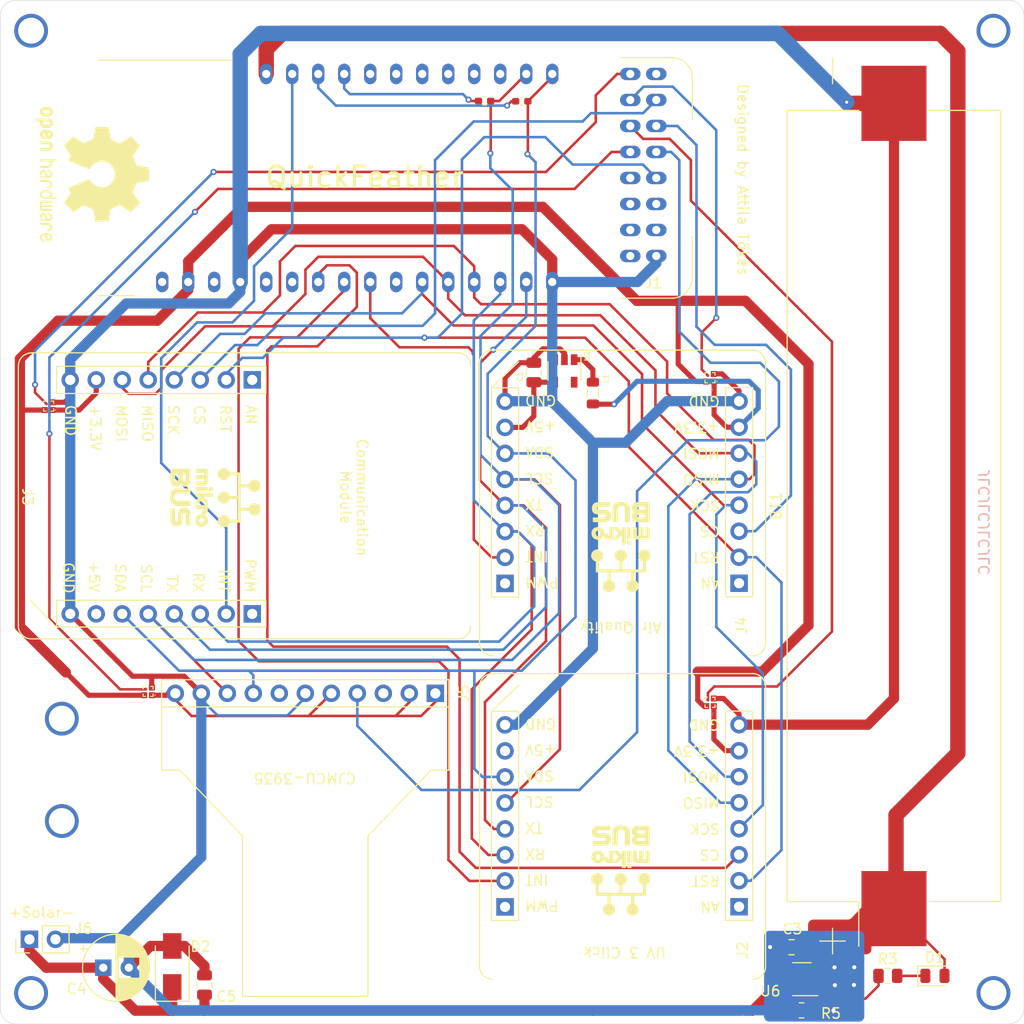
<source format=kicad_pcb>
(kicad_pcb (version 20171130) (host pcbnew 5.1.9-73d0e3b20d~88~ubuntu20.04.1)
  (layers (0 F.Cu signal) (31 B.Cu signal) (34 B.Paste user) (35 F.Paste user) (36 B.SilkS user) (37 F.SilkS user) (38 B.Mask user) (39 F.Mask user) (44 Edge.Cuts user))
  (net 0 "")
  (net 1 GND)
  (net 2 /SPI_MISO)
  (net 3 /SPI_MOSI)
  (net 4 /SPI_CLK)
  (net 5 "Net-(J5-Pad1)")
  (net 6 +BATT)
  (net 7 /PWR_Click_COM)
  (net 8 /CS_Click_COM)
  (net 9 /PWR_Click_AQ)
  (net 10 /PWR_Click_UV)
  (net 11 /INT_Lightning)
  (net 12 /CS_Click_AQ)
  (net 13 /PWR_Lightning)
  (net 14 /RST_Click)
  (net 15 /I2C_SDA_0)
  (net 16 /I2C_SCL_0)
  (net 17 /INT_Click_COM)
  (net 18 /I2C_SDA_1)
  (net 19 /I2C_SCL_1)
  (net 20 /TX_Click_AQ)
  (net 21 /RX_Click_AQ)
  (net 22 /INT_Click_AQ)
  (net 23 /INT_Click_UV)
  (net 24 /CS_Click_UV)
  (net 25 "Net-(J3-Pad4)")
  (net 26 "Net-(J4-Pad4)")
  (net 27 "Net-(L1-Pad2)")
  (net 28 +3V3)
  (net 29 "Net-(J2-Pad4)")
  (net 30 "Net-(R3-Pad1)")
  (net 31 "Net-(R5-Pad1)")
  (net 32 "Net-(D1-Pad1)")
  (net 33 /Solar+)
  (net 34 "Net-(C1-Pad1)")
  (module QuickFeather-Enviroment-Monitor:quickfeather (layer F.Cu) (at 63.6 62.6)
    (fp_text reference J1 (at 30.2 -4.97) (layer F.SilkS))
    (fp_text value QuickFeather)
    (fp_text user QuickFeather (at 2 -15.325) (layer F.SilkS) (effects (font (size 2 2) (thickness 0.3))))
    (pad 17 thru_hole oval (at 27.94 -25.4 90) (size 1.2 2) (drill 0.8) (layers *.Cu *.Mask) (net 7 /PWR_Click_COM))
    (pad 38 thru_hole oval (at 30.48 -22.86 90) (size 1.2 2) (drill 0.8) (layers *.Cu *.Mask) (net 8 /CS_Click_COM))
    (pad 37 thru_hole oval (at 30.48 -25.4 90) (size 1.2 2) (drill 0.8) (layers *.Cu *.Mask))
    (pad 18 thru_hole oval (at 27.94 -22.86 90) (size 1.2 2) (drill 0.8) (layers *.Cu *.Mask) (net 9 /PWR_Click_AQ))
    (pad 19 thru_hole oval (at 27.94 -20.32 90) (size 1.2 2) (drill 0.8) (layers *.Cu *.Mask) (net 10 /PWR_Click_UV))
    (pad 40 thru_hole oval (at 30.48 -17.78 90) (size 1.2 2) (drill 0.8) (layers *.Cu *.Mask) (net 11 /INT_Lightning))
    (pad 39 thru_hole oval (at 30.48 -20.32 90) (size 1.2 2) (drill 0.8) (layers *.Cu *.Mask) (net 12 /CS_Click_AQ))
    (pad 20 thru_hole oval (at 27.94 -17.78 90) (size 1.2 2) (drill 0.8) (layers *.Cu *.Mask) (net 13 /PWR_Lightning))
    (pad 21 thru_hole oval (at 27.94 -15.24 90) (size 1.2 2) (drill 0.8) (layers *.Cu *.Mask))
    (pad 42 thru_hole oval (at 30.48 -12.7 90) (size 1.2 2) (drill 0.8) (layers *.Cu *.Mask))
    (pad 41 thru_hole oval (at 30.48 -15.24 90) (size 1.2 2) (drill 0.8) (layers *.Cu *.Mask) (net 14 /RST_Click))
    (pad 22 thru_hole oval (at 27.94 -12.7 90) (size 1.2 2) (drill 0.8) (layers *.Cu *.Mask))
    (pad 44 thru_hole oval (at 30.48 -7.62 90) (size 1.2 2) (drill 0.8) (layers *.Cu *.Mask) (net 1 GND))
    (pad 43 thru_hole oval (at 30.48 -10.16 90) (size 1.2 2) (drill 0.8) (layers *.Cu *.Mask))
    (pad 24 thru_hole oval (at 27.94 -7.62 90) (size 1.2 2) (drill 0.8) (layers *.Cu *.Mask))
    (pad 23 thru_hole oval (at 27.94 -10.16 90) (size 1.2 2) (drill 0.8) (layers *.Cu *.Mask))
    (pad 28 thru_hole oval (at 12.7 -25.4) (size 1.2 2) (drill 0.8) (layers *.Cu *.Mask))
    (pad 25 thru_hole oval (at 20.32 -25.4) (size 1.2 2) (drill 0.8) (layers *.Cu *.Mask) (net 15 /I2C_SDA_0))
    (pad 31 thru_hole oval (at 5.08 -25.4) (size 1.2 2) (drill 0.8) (layers *.Cu *.Mask))
    (pad 29 thru_hole oval (at 10.16 -25.4) (size 1.2 2) (drill 0.8) (layers *.Cu *.Mask))
    (pad 30 thru_hole oval (at 7.62 -25.4) (size 1.2 2) (drill 0.8) (layers *.Cu *.Mask))
    (pad 26 thru_hole oval (at 17.78 -25.4) (size 1.2 2) (drill 0.8) (layers *.Cu *.Mask) (net 16 /I2C_SCL_0))
    (pad 32 thru_hole oval (at 2.54 -25.4) (size 1.2 2) (drill 0.8) (layers *.Cu *.Mask))
    (pad 35 thru_hole oval (at -5.08 -25.4) (size 1.2 2) (drill 0.8) (layers *.Cu *.Mask) (net 17 /INT_Click_COM))
    (pad 34 thru_hole oval (at -2.54 -25.4) (size 1.2 2) (drill 0.8) (layers *.Cu *.Mask) (net 18 /I2C_SDA_1))
    (pad 27 thru_hole oval (at 15.24 -25.4) (size 1.2 2) (drill 0.8) (layers *.Cu *.Mask))
    (pad 33 thru_hole oval (at 0 -25.4) (size 1.2 2) (drill 0.8) (layers *.Cu *.Mask) (net 19 /I2C_SCL_1))
    (pad 36 thru_hole oval (at -7.62 -25.4) (size 1.2 2) (drill 0.8) (layers *.Cu *.Mask) (net 6 +BATT))
    (pad 1 thru_hole oval (at 20.32 -5.08) (size 1.2 2) (drill 0.8) (layers *.Cu *.Mask) (net 1 GND))
    (pad 2 thru_hole oval (at 17.78 -5.08) (size 1.2 2) (drill 0.8) (layers *.Cu *.Mask) (net 20 /TX_Click_AQ))
    (pad 3 thru_hole oval (at 15.24 -5.08) (size 1.2 2) (drill 0.8) (layers *.Cu *.Mask) (net 21 /RX_Click_AQ))
    (pad 4 thru_hole oval (at 12.7 -5.08) (size 1.2 2) (drill 0.8) (layers *.Cu *.Mask) (net 2 /SPI_MISO))
    (pad 5 thru_hole oval (at 10.16 -5.08) (size 1.2 2) (drill 0.8) (layers *.Cu *.Mask) (net 3 /SPI_MOSI))
    (pad 6 thru_hole oval (at 7.62 -5.08) (size 1.2 2) (drill 0.8) (layers *.Cu *.Mask) (net 4 /SPI_CLK))
    (pad 7 thru_hole oval (at 5.08 -5.08) (size 1.2 2) (drill 0.8) (layers *.Cu *.Mask))
    (pad 8 thru_hole oval (at 2.54 -5.08) (size 1.2 2) (drill 0.8) (layers *.Cu *.Mask) (net 22 /INT_Click_AQ))
    (pad 9 thru_hole oval (at 0 -5.08) (size 1.2 2) (drill 0.8) (layers *.Cu *.Mask) (net 23 /INT_Click_UV))
    (pad 10 thru_hole oval (at -2.54 -5.08) (size 1.2 2) (drill 0.8) (layers *.Cu *.Mask) (net 24 /CS_Click_UV))
    (pad 11 thru_hole oval (at -5.08 -5.08) (size 1.2 2) (drill 0.8) (layers *.Cu *.Mask))
    (pad 12 thru_hole oval (at -7.62 -5.08) (size 1.2 2) (drill 0.8) (layers *.Cu *.Mask))
    (pad 13 thru_hole oval (at -10.16 -5.08) (size 1.2 2) (drill 0.8) (layers *.Cu *.Mask) (net 1 GND))
    (pad 14 thru_hole oval (at -12.7 -5.08) (size 1.2 2) (drill 0.8) (layers *.Cu *.Mask))
    (pad 15 thru_hole oval (at -15.24 -5.08) (size 1.2 2) (drill 0.8) (layers *.Cu *.Mask) (net 28 +3V3))
    (pad 16 thru_hole oval (at -17.78 -5.08) (size 1.2 2) (drill 0.8) (layers *.Cu *.Mask))
  )
  (module QuickFeather-Enviroment-Monitor:MikroBUS-Medium (layer F.Cu) (at 56.6 65.6 270)
    (fp_text reference J3 (at 12.92 23.93 270 unlocked) (layer F.SilkS))
    (fp_text value "Communication Module")
    (fp_text user SCK (at 5.40238 9.692 270 unlocked) (layer F.SilkS))
    (fp_text user RST (at 5.283333 4.612 270 unlocked) (layer F.SilkS))
    (fp_text user AN (at 4.878571 2.072 270 unlocked) (layer F.SilkS))
    (fp_text user GND (at 5.45 19.73 270 unlocked) (layer F.SilkS))
    (fp_text user MISO (at 5.735714 12.232 270 unlocked) (layer F.SilkS))
    (fp_text user +3.3V (at 6.164285 17.312 270 unlocked) (layer F.SilkS))
    (fp_text user CS (at 4.90238 7.152 270 unlocked) (layer F.SilkS))
    (fp_text user MOSI (at 5.735714 14.772 270 unlocked) (layer F.SilkS))
    (fp_text user PWM (at 20.6 2.182 270 unlocked) (layer F.SilkS))
    (fp_text user INT (at 21.1 4.722 270 unlocked) (layer F.SilkS))
    (fp_text user RX (at 21.266666 7.262 270 unlocked) (layer F.SilkS))
    (fp_text user TX (at 21.385714 9.802 270 unlocked) (layer F.SilkS))
    (fp_text user SCL (at 20.861904 12.342 270 unlocked) (layer F.SilkS))
    (fp_text user SDA (at 20.838095 14.882 270 unlocked) (layer F.SilkS))
    (fp_text user +5V (at 20.719047 17.422 270 unlocked) (layer F.SilkS))
    (fp_text user GND (at 20.82 19.93 270 unlocked) (layer F.SilkS))
    (pad 9 thru_hole oval (at 24.342 9.606 270) (size 1.7 1.7) (drill 1) (layers *.Cu *.Mask) (net 20 /TX_Click_AQ))
    (pad 7 thru_hole oval (at 24.342 12.146 270) (size 1.7 1.7) (drill 1) (layers *.Cu *.Mask) (net 16 /I2C_SCL_0))
    (pad 13 thru_hole oval (at 24.342 4.526 270) (size 1.7 1.7) (drill 1) (layers *.Cu *.Mask) (net 17 /INT_Click_COM))
    (pad 5 thru_hole oval (at 24.342 14.686 270) (size 1.7 1.7) (drill 1) (layers *.Cu *.Mask) (net 15 /I2C_SDA_0))
    (pad 3 thru_hole oval (at 24.342 17.226 270) (size 1.7 1.7) (drill 1) (layers *.Cu *.Mask))
    (pad 1 thru_hole oval (at 24.342 19.766 270) (size 1.7 1.7) (drill 1) (layers *.Cu *.Mask) (net 1 GND))
    (pad 15 thru_hole rect (at 24.342 1.986 270) (size 1.7 1.7) (drill 1) (layers *.Cu *.Mask))
    (pad 11 thru_hole oval (at 24.342 7.066 270) (size 1.7 1.7) (drill 1) (layers *.Cu *.Mask) (net 21 /RX_Click_AQ))
    (pad 2 thru_hole oval (at 1.482 19.766 270) (size 1.7 1.7) (drill 1) (layers *.Cu *.Mask) (net 1 GND))
    (pad 4 thru_hole oval (at 1.482 17.226 270) (size 1.7 1.7) (drill 1) (layers *.Cu *.Mask) (net 25 "Net-(J3-Pad4)"))
    (pad 6 thru_hole oval (at 1.482 14.686 270) (size 1.7 1.7) (drill 1) (layers *.Cu *.Mask) (net 3 /SPI_MOSI))
    (pad 8 thru_hole oval (at 1.482 12.146 270) (size 1.7 1.7) (drill 1) (layers *.Cu *.Mask) (net 2 /SPI_MISO))
    (pad 10 thru_hole oval (at 1.482 9.606 270) (size 1.7 1.7) (drill 1) (layers *.Cu *.Mask) (net 4 /SPI_CLK))
    (pad 12 thru_hole oval (at 1.482 7.066 270) (size 1.7 1.7) (drill 1) (layers *.Cu *.Mask) (net 8 /CS_Click_COM))
    (pad 14 thru_hole oval (at 1.482 4.526 270) (size 1.7 1.7) (drill 1) (layers *.Cu *.Mask) (net 14 /RST_Click))
    (pad 16 thru_hole rect (at 1.482 1.986 270) (size 1.7 1.7) (drill 1) (layers *.Cu *.Mask))
  )
  (module QuickFeather-Enviroment-Monitor:MikroBUS-Small (layer F.Cu) (at 103.6 120.6 180)
    (fp_text reference J2 (at 1.09 -2.18 90) (layer F.SilkS))
    (fp_text value "UV CLick 3")
    (fp_text user SCK (at 4.791809 9.682 180 unlocked) (layer F.SilkS))
    (fp_text user RST (at 4.672762 4.602 180 unlocked) (layer F.SilkS))
    (fp_text user AN (at 4.268 2.062 180 unlocked) (layer F.SilkS))
    (fp_text user GND (at 4.839428 19.842 180 unlocked) (layer F.SilkS))
    (fp_text user MISO (at 5.125143 12.222 180 unlocked) (layer F.SilkS))
    (fp_text user +3.3V (at 5.553714 17.302 180 unlocked) (layer F.SilkS))
    (fp_text user CS (at 4.291809 7.142 180 unlocked) (layer F.SilkS))
    (fp_text user MOSI (at 5.125143 14.762 180 unlocked) (layer F.SilkS))
    (fp_text user PWM (at 20.69 2.152 180 unlocked) (layer F.SilkS))
    (fp_text user INT (at 21.19 4.692 180 unlocked) (layer F.SilkS))
    (fp_text user RX (at 21.356666 7.232 180 unlocked) (layer F.SilkS))
    (fp_text user TX (at 21.475714 9.772 180 unlocked) (layer F.SilkS))
    (fp_text user SCL (at 20.951904 12.312 180 unlocked) (layer F.SilkS))
    (fp_text user SDA (at 20.928095 14.852 180 unlocked) (layer F.SilkS))
    (fp_text user +5V (at 20.809047 17.392 180 unlocked) (layer F.SilkS))
    (fp_text user GND (at 20.809047 19.932 180 unlocked) (layer F.SilkS))
    (pad 9 thru_hole oval (at 24.292 9.656 180) (size 1.7 1.7) (drill 1) (layers *.Cu *.Mask) (net 20 /TX_Click_AQ))
    (pad 7 thru_hole oval (at 24.292 12.196 180) (size 1.7 1.7) (drill 1) (layers *.Cu *.Mask) (net 16 /I2C_SCL_0))
    (pad 13 thru_hole oval (at 24.292 4.576 180) (size 1.7 1.7) (drill 1) (layers *.Cu *.Mask) (net 23 /INT_Click_UV))
    (pad 5 thru_hole oval (at 24.292 14.736 180) (size 1.7 1.7) (drill 1) (layers *.Cu *.Mask) (net 15 /I2C_SDA_0))
    (pad 3 thru_hole oval (at 24.292 17.276 180) (size 1.7 1.7) (drill 1) (layers *.Cu *.Mask))
    (pad 1 thru_hole oval (at 24.292 19.816 180) (size 1.7 1.7) (drill 1) (layers *.Cu *.Mask) (net 1 GND))
    (pad 15 thru_hole rect (at 24.292 2.036 180) (size 1.7 1.7) (drill 1) (layers *.Cu *.Mask))
    (pad 11 thru_hole oval (at 24.292 7.116 180) (size 1.7 1.7) (drill 1) (layers *.Cu *.Mask) (net 21 /RX_Click_AQ))
    (pad 2 thru_hole oval (at 1.432 19.836 180) (size 1.7 1.7) (drill 1) (layers *.Cu *.Mask) (net 1 GND))
    (pad 4 thru_hole oval (at 1.432 17.296 180) (size 1.7 1.7) (drill 1) (layers *.Cu *.Mask) (net 29 "Net-(J2-Pad4)"))
    (pad 6 thru_hole oval (at 1.432 14.756 180) (size 1.7 1.7) (drill 1) (layers *.Cu *.Mask) (net 3 /SPI_MOSI))
    (pad 8 thru_hole oval (at 1.432 12.216 180) (size 1.7 1.7) (drill 1) (layers *.Cu *.Mask) (net 2 /SPI_MISO))
    (pad 10 thru_hole oval (at 1.432 9.676 180) (size 1.7 1.7) (drill 1) (layers *.Cu *.Mask) (net 4 /SPI_CLK))
    (pad 12 thru_hole oval (at 1.432 7.136 180) (size 1.7 1.7) (drill 1) (layers *.Cu *.Mask) (net 24 /CS_Click_UV))
    (pad 14 thru_hole oval (at 1.432 4.596 180) (size 1.7 1.7) (drill 1) (layers *.Cu *.Mask) (net 14 /RST_Click))
    (pad 16 thru_hole rect (at 1.432 2.056 180) (size 1.7 1.7) (drill 1) (layers *.Cu *.Mask))
  )
  (module QuickFeather-Enviroment-Monitor:MikroBUS-Small (layer F.Cu) (at 103.6 89 180)
    (fp_text reference J4 (at 1.18 -2.08 270) (layer F.SilkS))
    (fp_text value "Air Quality")
    (fp_text user SCK (at 4.791809 9.682 180 unlocked) (layer F.SilkS))
    (fp_text user RST (at 4.672762 4.602 180 unlocked) (layer F.SilkS))
    (fp_text user AN (at 4.268 2.062 180 unlocked) (layer F.SilkS))
    (fp_text user GND (at 4.839428 19.842 180 unlocked) (layer F.SilkS))
    (fp_text user MISO (at 5.125143 12.222 180 unlocked) (layer F.SilkS))
    (fp_text user +3.3V (at 5.553714 17.302 180 unlocked) (layer F.SilkS))
    (fp_text user CS (at 4.291809 7.142 180 unlocked) (layer F.SilkS))
    (fp_text user MOSI (at 5.125143 14.762 180 unlocked) (layer F.SilkS))
    (fp_text user PWM (at 20.69 2.152 180 unlocked) (layer F.SilkS))
    (fp_text user INT (at 21.19 4.692 180 unlocked) (layer F.SilkS))
    (fp_text user RX (at 21.356666 7.232 180 unlocked) (layer F.SilkS))
    (fp_text user TX (at 21.475714 9.772 180 unlocked) (layer F.SilkS))
    (fp_text user SCL (at 20.951904 12.312 180 unlocked) (layer F.SilkS))
    (fp_text user SDA (at 20.928095 14.852 180 unlocked) (layer F.SilkS))
    (fp_text user +5V (at 20.809047 17.392 180 unlocked) (layer F.SilkS))
    (fp_text user GND (at 20.809047 19.932 180 unlocked) (layer F.SilkS))
    (pad 9 thru_hole oval (at 24.292 9.656 180) (size 1.7 1.7) (drill 1) (layers *.Cu *.Mask) (net 20 /TX_Click_AQ))
    (pad 7 thru_hole oval (at 24.292 12.196 180) (size 1.7 1.7) (drill 1) (layers *.Cu *.Mask) (net 16 /I2C_SCL_0))
    (pad 13 thru_hole oval (at 24.292 4.576 180) (size 1.7 1.7) (drill 1) (layers *.Cu *.Mask) (net 22 /INT_Click_AQ))
    (pad 5 thru_hole oval (at 24.292 14.736 180) (size 1.7 1.7) (drill 1) (layers *.Cu *.Mask) (net 15 /I2C_SDA_0))
    (pad 3 thru_hole oval (at 24.292 17.276 180) (size 1.7 1.7) (drill 1) (layers *.Cu *.Mask) (net 34 "Net-(C1-Pad1)"))
    (pad 1 thru_hole oval (at 24.292 19.816 180) (size 1.7 1.7) (drill 1) (layers *.Cu *.Mask) (net 1 GND))
    (pad 15 thru_hole rect (at 24.292 2.036 180) (size 1.7 1.7) (drill 1) (layers *.Cu *.Mask))
    (pad 11 thru_hole oval (at 24.292 7.116 180) (size 1.7 1.7) (drill 1) (layers *.Cu *.Mask) (net 21 /RX_Click_AQ))
    (pad 2 thru_hole oval (at 1.432 19.836 180) (size 1.7 1.7) (drill 1) (layers *.Cu *.Mask) (net 1 GND))
    (pad 4 thru_hole oval (at 1.432 17.296 180) (size 1.7 1.7) (drill 1) (layers *.Cu *.Mask) (net 26 "Net-(J4-Pad4)"))
    (pad 6 thru_hole oval (at 1.432 14.756 180) (size 1.7 1.7) (drill 1) (layers *.Cu *.Mask) (net 3 /SPI_MOSI))
    (pad 8 thru_hole oval (at 1.432 12.216 180) (size 1.7 1.7) (drill 1) (layers *.Cu *.Mask) (net 2 /SPI_MISO))
    (pad 10 thru_hole oval (at 1.432 9.676 180) (size 1.7 1.7) (drill 1) (layers *.Cu *.Mask) (net 4 /SPI_CLK))
    (pad 12 thru_hole oval (at 1.432 7.136 180) (size 1.7 1.7) (drill 1) (layers *.Cu *.Mask) (net 12 /CS_Click_AQ))
    (pad 14 thru_hole oval (at 1.432 4.596 180) (size 1.7 1.7) (drill 1) (layers *.Cu *.Mask) (net 14 /RST_Click))
    (pad 16 thru_hole rect (at 1.432 2.056 180) (size 1.7 1.7) (drill 1) (layers *.Cu *.Mask))
  )
  (module Symbol:OSHW-Logo2_14.6x12mm_SilkScreen (layer F.Cu) (at 39 47 270)
    (fp_text reference REF** hide)
    (fp_text value OSHW-Logo2_14.6x12mm_SilkScreen hide)
  )
  (module MPAD (layer F.Cu) (at 36 110.2)
    (fp_text reference H5 hide)
    (fp_text value MountingHole)
    (pad 0 thru_hole circle (at 0.014 -0.024 90) (size 3.302 3.302) (drill 2.54) (layers *.Cu *.Mask))
  )
  (module MPAD (layer F.Cu) (at 36 100.2)
    (fp_text reference H5 hide)
    (fp_text value MountingHole)
    (pad 0 thru_hole circle (at 0.014 -0.024 90) (size 3.302 3.302) (drill 2.54) (layers *.Cu *.Mask))
  )
  (module QuickFeather-Enviroment-Monitor:BGA4C40P2X2_84X84X60N (layer F.Cu) (at 34.73 69.65 180)
    (fp_text reference U5 (at -0.099061 -1.155663) (layer F.SilkS) (effects (font (size 0.259991 0.259991) (thickness 0.015))))
    (fp_text value FPF1107)
    (pad B1 smd circle (at -0.25 0.25 180) (size 0.25 0.25) (layers F.Cu F.Paste F.Mask) (net 1 GND))
    (pad B2 smd circle (at 0.25 0.25 180) (size 0.25 0.25) (layers F.Cu F.Paste F.Mask) (net 7 /PWR_Click_COM))
    (pad A2 smd circle (at 0.25 -0.25 180) (size 0.25 0.25) (layers F.Cu F.Paste F.Mask) (net 28 +3V3))
    (pad A1 smd circle (at -0.25 -0.25 180) (size 0.25 0.25) (layers F.Cu F.Paste F.Mask) (net 25 "Net-(J3-Pad4)"))
  )
  (module QuickFeather-Enviroment-Monitor:BGA4C40P2X2_84X84X60N (layer F.Cu) (at 99.33 66.87 180)
    (fp_text reference U4 (at -0.099061 -1.155663) (layer F.SilkS) (effects (font (size 0.259991 0.259991) (thickness 0.015))))
    (fp_text value FPF1107)
    (pad B1 smd circle (at -0.25 0.25 180) (size 0.25 0.25) (layers F.Cu F.Paste F.Mask) (net 1 GND))
    (pad B2 smd circle (at 0.25 0.25 180) (size 0.25 0.25) (layers F.Cu F.Paste F.Mask) (net 9 /PWR_Click_AQ))
    (pad A2 smd circle (at 0.25 -0.25 180) (size 0.25 0.25) (layers F.Cu F.Paste F.Mask) (net 28 +3V3))
    (pad A1 smd circle (at -0.25 -0.25 180) (size 0.25 0.25) (layers F.Cu F.Paste F.Mask) (net 26 "Net-(J4-Pad4)"))
  )
  (module QuickFeather-Enviroment-Monitor:BGA4C40P2X2_84X84X60N (layer F.Cu) (at 99.33 98.58 180)
    (fp_text reference U3 (at -0.099061 -1.155663) (layer F.SilkS) (effects (font (size 0.259991 0.259991) (thickness 0.015))))
    (fp_text value FPF1107)
    (pad B1 smd circle (at -0.25 0.25 180) (size 0.25 0.25) (layers F.Cu F.Paste F.Mask) (net 1 GND))
    (pad B2 smd circle (at 0.25 0.25 180) (size 0.25 0.25) (layers F.Cu F.Paste F.Mask) (net 10 /PWR_Click_UV))
    (pad A2 smd circle (at 0.25 -0.25 180) (size 0.25 0.25) (layers F.Cu F.Paste F.Mask) (net 28 +3V3))
    (pad A1 smd circle (at -0.25 -0.25 180) (size 0.25 0.25) (layers F.Cu F.Paste F.Mask) (net 29 "Net-(J2-Pad4)"))
  )
  (module QuickFeather-Enviroment-Monitor:BGA4C40P2X2_84X84X60N (layer F.Cu) (at 44.44 97.51 180)
    (fp_text reference U1 (at -0.099061 -1.155663) (layer F.SilkS) (effects (font (size 0.259991 0.259991) (thickness 0.015))))
    (fp_text value FPF1107)
    (pad B1 smd circle (at -0.25 0.25 180) (size 0.25 0.25) (layers F.Cu F.Paste F.Mask) (net 1 GND))
    (pad B2 smd circle (at 0.25 0.25 180) (size 0.25 0.25) (layers F.Cu F.Paste F.Mask) (net 13 /PWR_Lightning))
    (pad A2 smd circle (at 0.25 -0.25 180) (size 0.25 0.25) (layers F.Cu F.Paste F.Mask) (net 28 +3V3))
    (pad A1 smd circle (at -0.25 -0.25 180) (size 0.25 0.25) (layers F.Cu F.Paste F.Mask) (net 5 "Net-(J5-Pad1)"))
  )
  (module Package_TO_SOT_SMD:SOT-23-5 (layer F.Cu) (at 108.3 125.62 180)
    (fp_text reference U6 (at 3.08 -1.17) (layer F.SilkS))
    (fp_text value MCP73831-2)
    (pad 5 smd rect (at 1.1 -0.95 180) (size 1.06 0.65) (layers F.Cu F.Paste F.Mask) (net 31 "Net-(R5-Pad1)"))
    (pad 4 smd rect (at 1.1 0.95 180) (size 1.06 0.65) (layers F.Cu F.Paste F.Mask) (net 33 /Solar+))
    (pad 3 smd rect (at -1.1 0.95 180) (size 1.06 0.65) (layers F.Cu F.Paste F.Mask) (net 6 +BATT))
    (pad 2 smd rect (at -1.1 0 180) (size 1.06 0.65) (layers F.Cu F.Paste F.Mask) (net 1 GND))
    (pad 1 smd rect (at -1.1 -0.95 180) (size 1.06 0.65) (layers F.Cu F.Paste F.Mask) (net 30 "Net-(R3-Pad1)"))
  )
  (module Diode_SMD:D_SMA (layer F.Cu) (at 46.8 124.38 90)
    (fp_text reference D2 (at 1.95 2.75 180) (layer F.SilkS))
    (fp_text value 6.xV)
    (pad 2 smd rect (at 2 0 90) (size 2.5 1.8) (layers F.Cu F.Paste F.Mask) (net 1 GND))
    (pad 1 smd rect (at -2 0 90) (size 2.5 1.8) (layers F.Cu F.Paste F.Mask) (net 33 /Solar+))
  )
  (module Battery:BatteryHolder_Keystone_1042_1x18650 (layer F.Cu) (at 117.3 79.4 90)
    (fp_text reference BT1 (at 0 -11.5 90) (layer F.SilkS))
    (fp_text value Battery_Cell)
    (pad "" np_thru_hole circle (at -35.93 -8 90) (size 2.39 2.39) (drill 2.39) (layers *.Cu *.Mask))
    (pad "" np_thru_hole circle (at -27.6 8 90) (size 3.45 3.45) (drill 3.45) (layers *.Cu *.Mask))
    (pad "" np_thru_hole circle (at 27.6 -8 90) (size 3.45 3.45) (drill 3.45) (layers *.Cu *.Mask))
    (pad 2 smd rect (at 39.33 0 90) (size 7.34 6.35) (layers F.Cu F.Paste F.Mask) (net 1 GND))
    (pad 1 smd rect (at -39.33 0 90) (size 7.34 6.35) (layers F.Cu F.Paste F.Mask) (net 6 +BATT))
  )
  (module Capacitor_THT:CP_Radial_D6.3mm_P2.50mm (layer F.Cu) (at 40.06 124.5)
    (fp_text reference C4 (at -2.6 2.08) (layer F.SilkS))
    (fp_text value 100u)
    (pad 2 thru_hole circle (at 2.5 0) (size 1.6 1.6) (drill 0.8) (layers *.Cu *.Mask) (net 1 GND))
    (pad 1 thru_hole rect (at 0 0) (size 1.6 1.6) (drill 0.8) (layers *.Cu *.Mask) (net 33 /Solar+))
  )
  (module Resistor_SMD:R_0805_2012Metric (layer F.Cu) (at 108.27 128.67)
    (fp_text reference R5 (at 2.87 0.3) (layer F.SilkS))
    (fp_text value 7k)
    (pad 2 smd roundrect (at 0.9125 0) (size 1.025 1.4) (layers F.Cu F.Paste F.Mask) (roundrect_rratio 0.2439014634146341) (net 1 GND))
    (pad 1 smd roundrect (at -0.9125 0) (size 1.025 1.4) (layers F.Cu F.Paste F.Mask) (roundrect_rratio 0.2439014634146341) (net 31 "Net-(R5-Pad1)"))
  )
  (module Resistor_SMD:R_0805_2012Metric (layer F.Cu) (at 116.7 125.3)
    (fp_text reference R3 (at 0 -1.65) (layer F.SilkS))
    (fp_text value 220)
    (pad 2 smd roundrect (at 0.9125 0) (size 1.025 1.4) (layers F.Cu F.Paste F.Mask) (roundrect_rratio 0.2439014634146341) (net 32 "Net-(D1-Pad1)"))
    (pad 1 smd roundrect (at -0.9125 0) (size 1.025 1.4) (layers F.Cu F.Paste F.Mask) (roundrect_rratio 0.2439014634146341) (net 30 "Net-(R3-Pad1)"))
  )
  (module LED_SMD:LED_0805_2012Metric (layer F.Cu) (at 121.3 125.3)
    (fp_text reference D1 (at 0 -1.8) (layer F.SilkS))
    (fp_text value LED_Small)
    (pad 2 smd roundrect (at 0.9375 0) (size 0.975 1.4) (layers F.Cu F.Paste F.Mask) (net 6 +BATT))
    (pad 1 smd roundrect (at -0.9375 0) (size 0.975 1.4) (layers F.Cu F.Paste F.Mask) (net 32 "Net-(D1-Pad1)"))
  )
  (module Capacitor_SMD:C_0805_2012Metric (layer F.Cu) (at 49.95 126.19 90)
    (fp_text reference C5 (at -1.12 2.13 180) (layer F.SilkS))
    (fp_text value 10u)
    (pad 2 smd roundrect (at 0.95 0 90) (size 1 1.45) (layers F.Cu F.Paste F.Mask) (net 1 GND))
    (pad 1 smd roundrect (at -0.95 0 90) (size 1 1.45) (layers F.Cu F.Paste F.Mask) (net 33 /Solar+))
  )
  (module Capacitor_SMD:C_0805_2012Metric (layer F.Cu) (at 107.3 122.5 180)
    (fp_text reference C3 (at -0.075 1.775) (layer F.SilkS))
    (fp_text value 10u)
    (pad 2 smd roundrect (at 0.95 0 180) (size 1 1.45) (layers F.Cu F.Paste F.Mask) (net 1 GND))
    (pad 1 smd roundrect (at -0.95 0 180) (size 1 1.45) (layers F.Cu F.Paste F.Mask) (net 6 +BATT))
  )
  (module Package_TO_SOT_SMD:SOT-23-5 (layer F.Cu) (at 85.11 66.21 270)
    (fp_text reference U2 (at -1.46 -2.23 270) (layer F.SilkS) (effects (font (size 0.5 0.5) (thickness 0.1))))
    (fp_text value TPS613222ADBV)
    (pad 5 smd rect (at 1.1 -0.95 270) (size 1.06 0.65) (layers F.Cu F.Paste F.Mask))
    (pad 4 smd rect (at 1.1 0.95 270) (size 1.06 0.65) (layers F.Cu F.Paste F.Mask) (net 34 "Net-(C1-Pad1)"))
    (pad 3 smd rect (at -1.1 0.95 270) (size 1.06 0.65) (layers F.Cu F.Paste F.Mask))
    (pad 2 smd rect (at -1.1 0 270) (size 1.06 0.65) (layers F.Cu F.Paste F.Mask) (net 1 GND))
    (pad 1 smd rect (at -1.1 -0.95 270) (size 1.06 0.65) (layers F.Cu F.Paste F.Mask) (net 27 "Net-(L1-Pad2)"))
  )
  (module Resistor_SMD:R_0402_1005Metric_Pad0.72x0.64mm_HandSolder (layer F.Cu) (at 80.94 39.87 180)
    (fp_text reference R2 hide)
    (fp_text value nc hide)
    (pad 2 smd roundrect (at 0.5975 0 180) (size 0.715 0.64) (layers F.Cu F.Paste F.Mask) (net 18 /I2C_SDA_1))
    (pad 1 smd roundrect (at -0.5975 0 180) (size 0.715 0.64) (layers F.Cu F.Paste F.Mask) (net 15 /I2C_SDA_0))
  )
  (module Resistor_SMD:R_0402_1005Metric_Pad0.72x0.64mm_HandSolder (layer F.Cu) (at 77.31 39.84 180)
    (fp_text reference R1 hide)
    (fp_text value nc hide)
    (pad 2 smd roundrect (at 0.5975 0 180) (size 0.715 0.64) (layers F.Cu F.Paste F.Mask) (net 19 /I2C_SCL_1))
    (pad 1 smd roundrect (at -0.5975 0 180) (size 0.715 0.64) (layers F.Cu F.Paste F.Mask) (net 16 /I2C_SCL_0))
  )
  (module Inductor_SMD:L_0805_2012Metric (layer F.Cu) (at 87.89 68.37 90)
    (fp_text reference L1 (at 1.41 1.26 270) (layer F.SilkS) (effects (font (size 0.5 0.5) (thickness 0.1))))
    (fp_text value 4.7uH)
    (pad 2 smd roundrect (at 1.0625 0 90) (size 0.875 1.2) (layers F.Cu F.Paste F.Mask) (net 27 "Net-(L1-Pad2)"))
    (pad 1 smd roundrect (at -1.0625 0 90) (size 0.875 1.2) (layers F.Cu F.Paste F.Mask) (net 26 "Net-(J4-Pad4)"))
  )
  (module Capacitor_SMD:C_0805_2012Metric (layer F.Cu) (at 82.12 66.36 90)
    (fp_text reference C1 (at -0.39 -1.33 270) (layer F.SilkS) (effects (font (size 0.5 0.5) (thickness 0.1))))
    (fp_text value 1u)
    (pad 2 smd roundrect (at 0.95 0 90) (size 1 1.45) (layers F.Cu F.Paste F.Mask) (net 1 GND))
    (pad 1 smd roundrect (at -0.95 0 90) (size 1 1.45) (layers F.Cu F.Paste F.Mask) (net 34 "Net-(C1-Pad1)"))
  )
  (module Connector_PinHeader_2.54mm:PinHeader_1x02_P2.54mm_Vertical (layer F.Cu) (at 32.85 121.73 90)
    (fp_text reference J6 (at 1.06 5.28) (layer F.SilkS))
    (fp_text value SolarPanel)
    (pad 2 thru_hole oval (at 0 2.54 90) (size 1.7 1.7) (drill 1) (layers *.Cu *.Mask) (net 1 GND))
    (pad 1 thru_hole rect (at 0 0 90) (size 1.7 1.7) (drill 1) (layers *.Cu *.Mask) (net 33 /Solar+))
  )
  (module QuickFeather-Enviroment-Monitor:CJMCU-3935 (layer F.Cu) (at 72.5 97.7 270)
    (fp_text reference J5 (at 0 -2.77 90) (layer F.SilkS))
    (fp_text value CJMCU-3935)
    (pad 1 thru_hole rect (at 0 0 270) (size 1.7 1.7) (drill 1) (layers *.Cu *.Mask) (net 5 "Net-(J5-Pad1)"))
    (pad 2 thru_hole oval (at 0 2.54 270) (size 1.7 1.7) (drill 1) (layers *.Cu *.Mask) (net 5 "Net-(J5-Pad1)"))
    (pad 3 thru_hole oval (at 0 5.08 270) (size 1.7 1.7) (drill 1) (layers *.Cu *.Mask))
    (pad 4 thru_hole oval (at 0 7.62 270) (size 1.7 1.7) (drill 1) (layers *.Cu *.Mask) (net 11 /INT_Lightning))
    (pad 5 thru_hole oval (at 0 10.16 270) (size 1.7 1.7) (drill 1) (layers *.Cu *.Mask) (net 5 "Net-(J5-Pad1)"))
    (pad 6 thru_hole oval (at 0 12.7 270) (size 1.7 1.7) (drill 1) (layers *.Cu *.Mask) (net 1 GND))
    (pad 7 thru_hole oval (at 0 15.24 270) (size 1.7 1.7) (drill 1) (layers *.Cu *.Mask))
    (pad 8 thru_hole oval (at 0 17.78 270) (size 1.7 1.7) (drill 1) (layers *.Cu *.Mask) (net 15 /I2C_SDA_0))
    (pad 9 thru_hole oval (at 0 20.32 270) (size 1.7 1.7) (drill 1) (layers *.Cu *.Mask) (net 16 /I2C_SCL_0))
    (pad 10 thru_hole oval (at 0 22.86 270) (size 1.7 1.7) (drill 1) (layers *.Cu *.Mask) (net 1 GND))
    (pad 11 thru_hole oval (at 0 25.4 270) (size 1.7 1.7) (drill 1) (layers *.Cu *.Mask) (net 5 "Net-(J5-Pad1)"))
  )
  (module MPAD (layer F.Cu) (at 33 127)
    (fp_text reference H1 hide)
    (fp_text value MountingHole)
    (pad 0 thru_hole circle (at 0.014 -0.024 90) (size 3.302 3.302) (drill 2.54) (layers *.Cu *.Mask))
  )
  (module MPAD (layer F.Cu) (at 127 127)
    (fp_text reference H2 hide)
    (fp_text value MountingHole)
    (pad 0 thru_hole circle (at 0.014 -0.024 90) (size 3.302 3.302) (drill 2.54) (layers *.Cu *.Mask))
  )
  (module MPAD (layer F.Cu) (at 127 33)
    (fp_text reference H3 hide)
    (fp_text value MountingHole hide)
    (pad 0 thru_hole circle (at 0.014 -0.024 90) (size 3.302 3.302) (drill 2.54) (layers *.Cu *.Mask))
  )
  (module MPAD (layer F.Cu) (at 33 33)
    (fp_text reference H4 hide)
    (fp_text value MountingHole)
    (pad 0 thru_hole circle (at 0.014 -0.024 90) (size 3.302 3.302) (drill 2.54) (layers *.Cu *.Mask))
  )
  (gr_text JLCJLCJLCJLC (at 126.12 80.99 90) (layer B.SilkS) (effects (font (size 1 1)) (justify mirror)))
  (gr_text "Designed by Attila Tőkés" (at 102.54 47.53 270) (layer F.SilkS) (effects (font (size 1 1))))
  (gr_text +Solar- (at 34.04 119.12) (layer F.SilkS) (effects (font (size 1 1))))
  (gr_text CJMCU-3935 (at 59.75 105.98 180) (layer F.SilkS) (effects (font (size 1 1))))
  (gr_text "Air Quality" (at 90.63 91.25 180) (layer F.SilkS) (effects (font (size 1 1))))
  (gr_text "UV 3 Click\n" (at 91 122.99 180) (layer F.SilkS) (effects (font (size 1 1))))
  (gr_text "Communication\nModule" (at 64.54 78.57 270) (layer F.SilkS) (effects (font (size 1 1))))
  (gr_arc (start 31.5 31.5) (end 31.5 30) (angle -90) (layer Edge.Cuts) (width 0.05))
  (gr_arc (start 31.5 128.5) (end 30 128.5) (angle -90) (layer Edge.Cuts) (width 0.05))
  (gr_arc (start 128.5 128.5) (end 128.5 130) (angle -90) (layer Edge.Cuts) (width 0.05))
  (gr_arc (start 128.5 31.5) (end 130 31.5) (angle -90) (layer Edge.Cuts) (width 0.05))
  (gr_line (start 30 128.5) (end 30 31.5) (layer Edge.Cuts) (width 0.05))
  (gr_line (start 128.5 130) (end 31.5 130) (layer Edge.Cuts) (width 0.05))
  (gr_line (start 130 31.5) (end 130 128.5) (layer Edge.Cuts) (width 0.05))
  (gr_line (start 31.5 30) (end 128.5 30) (layer Edge.Cuts) (width 0.05))
  (via (at 111.49 124.47) (size 0.8) (drill 0.4) (layers F.Cu B.Cu) (net 1))
  (segment (start 36.834 67.082) (end 36.834 89.942) (width 1) (layer B.Cu) (net 1))
  (segment (start 79.434 69.31) (end 79.308 69.184) (width 0.5) (layer F.Cu) (net 1))
  (segment (start 99.84 66.49) (end 99.83 66.48) (width 0.5) (layer F.Cu) (net 1))
  (segment (start 100.5 66.49) (end 99.84 66.49) (width 0.5) (layer F.Cu) (net 1))
  (segment (start 102.168 68.158) (end 100.5 66.49) (width 0.5) (layer F.Cu) (net 1))
  (segment (start 102.168 69.164) (end 102.168 68.158) (width 0.5) (layer F.Cu) (net 1))
  (segment (start 100.64 98.2) (end 99.93 98.2) (width 0.5) (layer F.Cu) (net 1))
  (segment (start 102.168 99.728) (end 100.64 98.2) (width 0.5) (layer F.Cu) (net 1))
  (segment (start 102.168 100.764) (end 102.168 99.728) (width 0.5) (layer F.Cu) (net 1))
  (segment (start 79.26 69.136) (end 79.308 69.184) (width 1) (layer F.Cu) (net 1))
  (segment (start 36.834 67.082) (end 36.834 68.726) (width 0.5) (layer F.Cu) (net 1))
  (segment (start 36.834 68.726) (end 36.29 69.27) (width 0.5) (layer F.Cu) (net 1))
  (segment (start 36.29 69.27) (end 35.27 69.27) (width 0.5) (layer F.Cu) (net 1))
  (segment (start 49.64 97.7) (end 47.97 96.03) (width 0.5) (layer F.Cu) (net 1))
  (segment (start 47.97 96.03) (end 45.88 96.03) (width 0.5) (layer F.Cu) (net 1))
  (segment (start 36.834 89.942) (end 42.922 96.03) (width 0.5) (layer F.Cu) (net 1))
  (segment (start 44.79 96.03) (end 44.79 96.91) (width 0.5) (layer F.Cu) (net 1))
  (segment (start 42.922 96.03) (end 44.79 96.03) (width 0.5) (layer F.Cu) (net 1))
  (segment (start 44.79 96.03) (end 45.88 96.03) (width 0.5) (layer F.Cu) (net 1))
  (segment (start 49.64 98.28) (end 49.64 97.7) (width 0.25) (layer B.Cu) (net 1))
  (segment (start 58.05 99.86) (end 51.22 99.86) (width 0.25) (layer B.Cu) (net 1))
  (segment (start 51.22 99.86) (end 49.64 98.28) (width 0.25) (layer B.Cu) (net 1))
  (segment (start 59.8 98.11) (end 58.05 99.86) (width 0.25) (layer B.Cu) (net 1))
  (segment (start 59.8 97.7) (end 59.8 98.11) (width 0.25) (layer B.Cu) (net 1))
  (segment (start 56.49 52.37) (end 53.44 55.42) (width 1) (layer F.Cu) (net 1))
  (segment (start 53.44 55.42) (end 53.44 57.52) (width 1) (layer F.Cu) (net 1))
  (segment (start 80.97 52.37) (end 56.49 52.37) (width 1) (layer F.Cu) (net 1))
  (segment (start 83.92 55.32) (end 80.97 52.37) (width 1) (layer F.Cu) (net 1))
  (segment (start 83.92 57.52) (end 83.92 55.32) (width 1) (layer F.Cu) (net 1))
  (via (at 112.68 39.96) (size 0.6) (drill 0.3) (layers F.Cu B.Cu) (net 1))
  (segment (start 117.3 40.07) (end 112.79 40.07) (width 1.5) (layer F.Cu) (net 1))
  (segment (start 55.45 33.24) (end 105.96 33.24) (width 1.5) (layer B.Cu) (net 1))
  (segment (start 112.79 40.07) (end 112.68 39.96) (width 1.5) (layer F.Cu) (net 1))
  (segment (start 105.96 33.24) (end 112.68 39.96) (width 1.5) (layer B.Cu) (net 1))
  (segment (start 53.44 57.52) (end 53.44 35.25) (width 1.5) (layer B.Cu) (net 1))
  (segment (start 53.44 35.25) (end 55.45 33.24) (width 1.5) (layer B.Cu) (net 1))
  (segment (start 102.168 100.764) (end 114.736 100.764) (width 1) (layer F.Cu) (net 1))
  (segment (start 114.736 100.764) (end 117.3 98.2) (width 1) (layer F.Cu) (net 1))
  (segment (start 117.3 98.2) (end 117.3 40.07) (width 1) (layer F.Cu) (net 1))
  (segment (start 79.328 69.164) (end 81.914 69.164) (width 1) (layer B.Cu) (net 1))
  (segment (start 79.308 69.184) (end 79.328 69.164) (width 1) (layer B.Cu) (net 1))
  (segment (start 83.816 69.164) (end 81.914 69.164) (width 1) (layer B.Cu) (net 1))
  (segment (start 83.92 69.06) (end 83.816 69.164) (width 1) (layer B.Cu) (net 1))
  (segment (start 83.92 57.52) (end 83.92 69.06) (width 1) (layer B.Cu) (net 1))
  (segment (start 79.328 100.764) (end 79.308 100.784) (width 1) (layer B.Cu) (net 1))
  (segment (start 80.446 100.764) (end 79.328 100.764) (width 1) (layer B.Cu) (net 1))
  (segment (start 87.89 93.32) (end 80.446 100.764) (width 1) (layer B.Cu) (net 1))
  (segment (start 87.89 73.22) (end 87.89 93.32) (width 1) (layer B.Cu) (net 1))
  (segment (start 83.834 69.164) (end 87.89 73.22) (width 1) (layer B.Cu) (net 1))
  (segment (start 81.914 69.164) (end 83.834 69.164) (width 1) (layer B.Cu) (net 1))
  (segment (start 102.168 69.164) (end 95.136 69.164) (width 1) (layer B.Cu) (net 1))
  (segment (start 91.08 73.22) (end 87.89 73.22) (width 1) (layer B.Cu) (net 1))
  (segment (start 95.136 69.164) (end 91.08 73.22) (width 1) (layer B.Cu) (net 1))
  (segment (start 42.3 59.62) (end 36.834 65.086) (width 1) (layer B.Cu) (net 1))
  (segment (start 52.31 59.62) (end 42.3 59.62) (width 1) (layer B.Cu) (net 1))
  (segment (start 36.834 65.086) (end 36.834 67.082) (width 1) (layer B.Cu) (net 1))
  (segment (start 53.44 58.49) (end 52.31 59.62) (width 1) (layer B.Cu) (net 1))
  (segment (start 53.44 57.52) (end 53.44 58.49) (width 1) (layer B.Cu) (net 1))
  (segment (start 92.24 57.52) (end 83.92 57.52) (width 1) (layer B.Cu) (net 1))
  (segment (start 94.08 55.68) (end 92.24 57.52) (width 1) (layer B.Cu) (net 1))
  (segment (start 94.08 54.98) (end 94.08 55.68) (width 1) (layer B.Cu) (net 1))
  (segment (start 79.308 69.184) (end 79.308 66.872) (width 0.5) (layer F.Cu) (net 1))
  (segment (start 80.77 65.41) (end 82.12 65.41) (width 0.5) (layer F.Cu) (net 1))
  (segment (start 79.308 66.872) (end 80.77 65.41) (width 0.5) (layer F.Cu) (net 1))
  (segment (start 85.11 64.484998) (end 85.11 65.11) (width 0.5) (layer F.Cu) (net 1))
  (segment (start 83 64.05) (end 84.675002 64.05) (width 0.5) (layer F.Cu) (net 1))
  (segment (start 82.12 64.93) (end 83 64.05) (width 0.5) (layer F.Cu) (net 1))
  (segment (start 84.675002 64.05) (end 85.11 64.484998) (width 0.5) (layer F.Cu) (net 1))
  (segment (start 82.12 65.41) (end 82.12 64.93) (width 0.5) (layer F.Cu) (net 1))
  (segment (start 49.64 113.7) (end 41.72 121.62) (width 1) (layer B.Cu) (net 1))
  (segment (start 49.64 97.7) (end 49.64 113.7) (width 1) (layer B.Cu) (net 1))
  (segment (start 35.5 121.62) (end 35.39 121.73) (width 1) (layer B.Cu) (net 1))
  (segment (start 41.72 121.62) (end 35.5 121.62) (width 1) (layer B.Cu) (net 1))
  (segment (start 44.68 122.38) (end 42.56 124.5) (width 1) (layer F.Cu) (net 1))
  (segment (start 46.8 122.38) (end 44.68 122.38) (width 1) (layer F.Cu) (net 1))
  (segment (start 42.56 122.46) (end 41.72 121.62) (width 1) (layer B.Cu) (net 1))
  (segment (start 42.56 124.5) (end 42.56 122.46) (width 1) (layer B.Cu) (net 1))
  (segment (start 48 122.38) (end 46.8 122.38) (width 1) (layer F.Cu) (net 1))
  (segment (start 49.95 124.33) (end 48 122.38) (width 1) (layer F.Cu) (net 1))
  (segment (start 49.95 125.24) (end 49.95 124.33) (width 1) (layer F.Cu) (net 1))
  (segment (start 109.4 125.62) (end 111.59 125.62) (width 0.75) (layer F.Cu) (net 1))
  (via (at 105.2 122.489999) (size 0.8) (drill 0.4) (layers F.Cu B.Cu) (net 1))
  (segment (start 106.35 122.5) (end 105.210001 122.5) (width 1) (layer F.Cu) (net 1))
  (segment (start 105.210001 122.5) (end 105.2 122.489999) (width 1) (layer F.Cu) (net 1))
  (segment (start 46.76 128.7) (end 42.56 124.5) (width 1) (layer B.Cu) (net 1))
  (segment (start 46.86 128.7) (end 46.76 128.7) (width 1) (layer B.Cu) (net 1))
  (segment (start 46.9 128.66) (end 46.86 128.7) (width 1) (layer B.Cu) (net 1))
  (segment (start 105.55 128.66) (end 46.9 128.66) (width 1) (layer B.Cu) (net 1))
  (segment (start 105.56 128.67) (end 105.55 128.66) (width 1) (layer B.Cu) (net 1))
  (via (at 111.389998 128.67) (size 0.8) (drill 0.4) (layers F.Cu B.Cu) (net 1))
  (segment (start 109.1825 128.67) (end 111.389998 128.67) (width 0.75) (layer F.Cu) (net 1))
  (via (at 113.42 124.46) (size 0.8) (drill 0.4) (layers F.Cu B.Cu) (net 1))
  (via (at 113.39 126.19) (size 0.8) (drill 0.4) (layers F.Cu B.Cu) (net 1))
  (via (at 111.53 126.21) (size 0.8) (drill 0.4) (layers F.Cu B.Cu) (net 1))
  (segment (start 76.3 57.52) (end 76.3 56.98) (width 0.25) (layer F.Cu) (net 2))
  (segment (start 49.29 60.5) (end 44.454 65.336) (width 0.25) (layer F.Cu) (net 2))
  (segment (start 55.65 60.5) (end 49.29 60.5) (width 0.25) (layer F.Cu) (net 2))
  (segment (start 57.32 58.83) (end 55.65 60.5) (width 0.25) (layer F.Cu) (net 2))
  (segment (start 44.454 65.336) (end 44.454 67.082) (width 0.25) (layer F.Cu) (net 2))
  (segment (start 57.32 55.51) (end 57.32 58.83) (width 0.25) (layer F.Cu) (net 2))
  (segment (start 58.83 54) (end 57.32 55.51) (width 0.25) (layer F.Cu) (net 2))
  (segment (start 74.31 54) (end 58.83 54) (width 0.25) (layer F.Cu) (net 2))
  (segment (start 76.3 55.99) (end 74.31 54) (width 0.25) (layer F.Cu) (net 2))
  (segment (start 76.3 57.52) (end 76.3 55.99) (width 0.25) (layer F.Cu) (net 2))
  (segment (start 103.186 76.784) (end 102.168 76.784) (width 0.25) (layer F.Cu) (net 2))
  (segment (start 103.12 72.95) (end 103.67 73.5) (width 0.25) (layer F.Cu) (net 2))
  (segment (start 95.14 68.4) (end 99.69 72.95) (width 0.25) (layer F.Cu) (net 2))
  (segment (start 103.67 76.3) (end 103.186 76.784) (width 0.25) (layer F.Cu) (net 2))
  (segment (start 95.14 65.3) (end 95.14 68.4) (width 0.25) (layer F.Cu) (net 2))
  (segment (start 89.53 59.69) (end 95.14 65.3) (width 0.25) (layer F.Cu) (net 2))
  (segment (start 103.67 73.5) (end 103.67 76.3) (width 0.25) (layer F.Cu) (net 2))
  (segment (start 76.96 59.69) (end 89.53 59.69) (width 0.25) (layer F.Cu) (net 2))
  (segment (start 76.3 59.03) (end 76.96 59.69) (width 0.25) (layer F.Cu) (net 2))
  (segment (start 99.69 72.95) (end 103.12 72.95) (width 0.25) (layer F.Cu) (net 2))
  (segment (start 76.3 57.52) (end 76.3 59.03) (width 0.25) (layer F.Cu) (net 2))
  (segment (start 100.354 108.384) (end 102.168 108.384) (width 0.25) (layer B.Cu) (net 2))
  (segment (start 95.26 79.42) (end 95.26 103.29) (width 0.25) (layer B.Cu) (net 2))
  (segment (start 95.26 103.29) (end 100.354 108.384) (width 0.25) (layer B.Cu) (net 2))
  (segment (start 97.896 76.784) (end 95.26 79.42) (width 0.25) (layer B.Cu) (net 2))
  (segment (start 102.168 76.784) (end 97.896 76.784) (width 0.25) (layer B.Cu) (net 2))
  (segment (start 41.914 67.082) (end 42.638 67.082) (width 0.25) (layer F.Cu) (net 3))
  (segment (start 73.76 57.52) (end 73.76 57.14) (width 0.25) (layer F.Cu) (net 3))
  (segment (start 98.87 74.26) (end 98.886 74.244) (width 0.25) (layer F.Cu) (net 3))
  (segment (start 94 70.03) (end 98.23 74.26) (width 0.25) (layer F.Cu) (net 3))
  (segment (start 94 66.16) (end 94 70.03) (width 0.25) (layer F.Cu) (net 3))
  (segment (start 98.23 74.26) (end 98.87 74.26) (width 0.25) (layer F.Cu) (net 3))
  (segment (start 88.61 60.77) (end 94 66.16) (width 0.25) (layer F.Cu) (net 3))
  (segment (start 98.886 74.244) (end 102.168 74.244) (width 0.25) (layer F.Cu) (net 3))
  (segment (start 75.39 60.77) (end 88.61 60.77) (width 0.25) (layer F.Cu) (net 3))
  (segment (start 73.76 59.14) (end 75.39 60.77) (width 0.25) (layer F.Cu) (net 3))
  (segment (start 73.76 57.52) (end 73.76 59.14) (width 0.25) (layer F.Cu) (net 3))
  (segment (start 45.17 68.44) (end 42.51 68.44) (width 0.25) (layer F.Cu) (net 3))
  (segment (start 42.51 68.44) (end 41.914 67.844) (width 0.25) (layer F.Cu) (net 3))
  (segment (start 45.74 66.12) (end 45.74 67.87) (width 0.25) (layer F.Cu) (net 3))
  (segment (start 56.65 61.85) (end 50.01 61.85) (width 0.25) (layer F.Cu) (net 3))
  (segment (start 59.81 56.32) (end 59.81 58.69) (width 0.25) (layer F.Cu) (net 3))
  (segment (start 61.07 55.06) (end 59.81 56.32) (width 0.25) (layer F.Cu) (net 3))
  (segment (start 50.01 61.85) (end 45.74 66.12) (width 0.25) (layer F.Cu) (net 3))
  (segment (start 71.3 55.06) (end 61.07 55.06) (width 0.25) (layer F.Cu) (net 3))
  (segment (start 41.914 67.844) (end 41.914 67.082) (width 0.25) (layer F.Cu) (net 3))
  (segment (start 45.74 67.87) (end 45.17 68.44) (width 0.25) (layer F.Cu) (net 3))
  (segment (start 59.81 58.69) (end 56.65 61.85) (width 0.25) (layer F.Cu) (net 3))
  (segment (start 73.76 57.52) (end 71.3 55.06) (width 0.25) (layer F.Cu) (net 3))
  (segment (start 100.794 105.844) (end 102.168 105.844) (width 0.25) (layer B.Cu) (net 3))
  (segment (start 97.34 80.23) (end 97.34 102.39) (width 0.25) (layer B.Cu) (net 3))
  (segment (start 97.34 102.39) (end 100.794 105.844) (width 0.25) (layer B.Cu) (net 3))
  (segment (start 99.51 78.06) (end 97.34 80.23) (width 0.25) (layer B.Cu) (net 3))
  (segment (start 103.05 78.06) (end 99.51 78.06) (width 0.25) (layer B.Cu) (net 3))
  (segment (start 103.85 77.26) (end 103.05 78.06) (width 0.25) (layer B.Cu) (net 3))
  (segment (start 103.85 75.07) (end 103.85 77.26) (width 0.25) (layer B.Cu) (net 3))
  (segment (start 103.024 74.244) (end 103.85 75.07) (width 0.25) (layer B.Cu) (net 3))
  (segment (start 102.168 74.244) (end 103.024 74.244) (width 0.25) (layer B.Cu) (net 3))
  (segment (start 104.49 95.77) (end 104.49 108.602) (width 0.25) (layer B.Cu) (net 4))
  (segment (start 99.95 80.24) (end 99.95 91.23) (width 0.25) (layer B.Cu) (net 4))
  (segment (start 99.95 91.23) (end 104.49 95.77) (width 0.25) (layer B.Cu) (net 4))
  (segment (start 100.866 79.324) (end 99.95 80.24) (width 0.25) (layer B.Cu) (net 4))
  (segment (start 104.49 108.602) (end 102.168 110.924) (width 0.25) (layer B.Cu) (net 4))
  (segment (start 102.168 79.324) (end 100.866 79.324) (width 0.25) (layer B.Cu) (net 4))
  (segment (start 100.654 79.324) (end 102.168 79.324) (width 0.25) (layer F.Cu) (net 4))
  (segment (start 92.69 71.36) (end 100.654 79.324) (width 0.25) (layer F.Cu) (net 4))
  (segment (start 92.69 66.52) (end 92.69 71.36) (width 0.25) (layer F.Cu) (net 4))
  (segment (start 74.28 61.77) (end 87.94 61.77) (width 0.25) (layer F.Cu) (net 4))
  (segment (start 87.94 61.77) (end 92.69 66.52) (width 0.25) (layer F.Cu) (net 4))
  (segment (start 71.22 58.71) (end 74.28 61.77) (width 0.25) (layer F.Cu) (net 4))
  (segment (start 71.22 57.52) (end 71.22 58.71) (width 0.25) (layer F.Cu) (net 4))
  (segment (start 51.486 62.59) (end 46.994 67.082) (width 0.25) (layer B.Cu) (net 4))
  (segment (start 53.87 62.59) (end 51.486 62.59) (width 0.25) (layer B.Cu) (net 4))
  (segment (start 55.88 60.58) (end 53.87 62.59) (width 0.25) (layer B.Cu) (net 4))
  (segment (start 69.25 60.58) (end 55.88 60.58) (width 0.25) (layer B.Cu) (net 4))
  (segment (start 71.22 58.61) (end 69.25 60.58) (width 0.25) (layer B.Cu) (net 4))
  (segment (start 71.22 57.52) (end 71.22 58.61) (width 0.25) (layer B.Cu) (net 4))
  (segment (start 47.1 97.7) (end 46.41 97.7) (width 0.5) (layer F.Cu) (net 5))
  (segment (start 46.41 97.7) (end 46.22 97.89) (width 0.5) (layer F.Cu) (net 5))
  (segment (start 46.22 97.89) (end 44.97 97.89) (width 0.5) (layer F.Cu) (net 5))
  (segment (start 72.5 98.53) (end 72.5 97.7) (width 0.25) (layer F.Cu) (net 5))
  (segment (start 71.12 99.91) (end 72.5 98.53) (width 0.25) (layer F.Cu) (net 5))
  (segment (start 68.62 99.91) (end 71.12 99.91) (width 0.25) (layer F.Cu) (net 5))
  (segment (start 69.99 97.73) (end 69.96 97.7) (width 0.25) (layer F.Cu) (net 5))
  (segment (start 69.99 98.54) (end 69.99 97.73) (width 0.25) (layer F.Cu) (net 5))
  (segment (start 68.62 99.91) (end 69.99 98.54) (width 0.25) (layer F.Cu) (net 5))
  (segment (start 60.13 99.91) (end 62.34 97.7) (width 0.25) (layer F.Cu) (net 5))
  (segment (start 60.12 99.91) (end 60.13 99.91) (width 0.25) (layer F.Cu) (net 5))
  (segment (start 60.12 99.91) (end 68.62 99.91) (width 0.25) (layer F.Cu) (net 5))
  (segment (start 48.69 99.91) (end 60.12 99.91) (width 0.25) (layer F.Cu) (net 5))
  (segment (start 47.1 98.32) (end 48.69 99.91) (width 0.25) (layer F.Cu) (net 5))
  (segment (start 47.1 97.7) (end 47.1 98.32) (width 0.25) (layer F.Cu) (net 5))
  (segment (start 122.2375 123.6675) (end 117.3 118.73) (width 0.25) (layer F.Cu) (net 6))
  (segment (start 122.2375 125.3) (end 122.2375 123.6675) (width 0.25) (layer F.Cu) (net 6))
  (segment (start 117.3 118.73) (end 114.77 118.73) (width 0.25) (layer F.Cu) (net 6))
  (segment (start 114.77 118.73) (end 114 119.5) (width 0.25) (layer F.Cu) (net 6))
  (segment (start 117.5 118.53) (end 117.3 118.73) (width 1.5) (layer F.Cu) (net 6))
  (segment (start 123.54 103.55) (end 117.5 109.59) (width 1.5) (layer F.Cu) (net 6))
  (segment (start 123.54 34.97) (end 123.54 103.55) (width 1.5) (layer F.Cu) (net 6))
  (segment (start 121.81 33.24) (end 123.54 34.97) (width 1.5) (layer F.Cu) (net 6))
  (segment (start 57.53 33.24) (end 121.81 33.24) (width 1.5) (layer F.Cu) (net 6))
  (segment (start 117.5 109.59) (end 117.5 118.53) (width 1.5) (layer F.Cu) (net 6))
  (segment (start 55.98 34.79) (end 57.53 33.24) (width 1.5) (layer F.Cu) (net 6))
  (segment (start 55.98 37.2) (end 55.98 34.79) (width 1.5) (layer F.Cu) (net 6))
  (via (at 50.839998 46.770002) (size 0.6) (drill 0.3) (layers F.Cu B.Cu) (net 7))
  (segment (start 33.4 64.21) (end 33.4 67.55) (width 0.25) (layer B.Cu) (net 7))
  (segment (start 50.839998 46.770002) (end 33.4 64.21) (width 0.25) (layer B.Cu) (net 7))
  (segment (start 33.4 68.32) (end 33.4 67.55) (width 0.25) (layer F.Cu) (net 7))
  (segment (start 34.53 69.45) (end 33.4 68.32) (width 0.25) (layer F.Cu) (net 7))
  (via (at 33.4 67.55) (size 0.6) (drill 0.3) (layers F.Cu B.Cu) (net 7))
  (segment (start 83.309998 46.770002) (end 50.839998 46.770002) (width 0.25) (layer F.Cu) (net 7))
  (segment (start 88.17 41.91) (end 83.309998 46.770002) (width 0.25) (layer F.Cu) (net 7))
  (segment (start 88.17 39.29) (end 88.17 41.91) (width 0.25) (layer F.Cu) (net 7))
  (segment (start 90.26 37.2) (end 88.17 39.29) (width 0.25) (layer F.Cu) (net 7))
  (segment (start 91.54 37.2) (end 90.26 37.2) (width 0.25) (layer F.Cu) (net 7))
  (segment (start 55.12 63.68) (end 52.936 63.68) (width 0.25) (layer B.Cu) (net 8))
  (segment (start 71.26 61.8) (end 57 61.8) (width 0.25) (layer B.Cu) (net 8))
  (segment (start 72.47 60.59) (end 71.26 61.8) (width 0.25) (layer B.Cu) (net 8))
  (segment (start 72.47 45.62) (end 72.47 60.59) (width 0.25) (layer B.Cu) (net 8))
  (segment (start 52.936 63.68) (end 49.534 67.082) (width 0.25) (layer B.Cu) (net 8))
  (segment (start 76.25 41.84) (end 72.47 45.62) (width 0.25) (layer B.Cu) (net 8))
  (segment (start 86.89 41.84) (end 76.25 41.84) (width 0.25) (layer B.Cu) (net 8))
  (segment (start 57 61.8) (end 55.12 63.68) (width 0.25) (layer B.Cu) (net 8))
  (segment (start 87.7 41.03) (end 86.89 41.84) (width 0.25) (layer B.Cu) (net 8))
  (segment (start 92.79 41.03) (end 87.7 41.03) (width 0.25) (layer B.Cu) (net 8))
  (segment (start 94.08 39.74) (end 92.79 41.03) (width 0.25) (layer B.Cu) (net 8))
  (via (at 99.94 61.03) (size 0.6) (drill 0.3) (layers F.Cu B.Cu) (net 9))
  (segment (start 91.54 39.74) (end 92.84 38.44) (width 0.25) (layer B.Cu) (net 9))
  (segment (start 92.84 38.44) (end 95.69 38.44) (width 0.25) (layer B.Cu) (net 9))
  (segment (start 95.69 38.44) (end 99.94 42.69) (width 0.25) (layer B.Cu) (net 9))
  (segment (start 99.94 42.69) (end 99.94 61.03) (width 0.25) (layer B.Cu) (net 9))
  (segment (start 98.52 62.45) (end 99.94 61.03) (width 0.25) (layer F.Cu) (net 9))
  (segment (start 98.52 66.06) (end 98.52 62.45) (width 0.25) (layer F.Cu) (net 9))
  (segment (start 99.13 66.67) (end 98.52 66.06) (width 0.25) (layer F.Cu) (net 9))
  (segment (start 99.13 97.65) (end 99.13 98.38) (width 0.25) (layer F.Cu) (net 10))
  (segment (start 99.75 97.03) (end 99.13 97.65) (width 0.25) (layer F.Cu) (net 10))
  (segment (start 105.88 97.03) (end 99.75 97.03) (width 0.25) (layer F.Cu) (net 10))
  (segment (start 111.24 91.67) (end 105.88 97.03) (width 0.25) (layer F.Cu) (net 10))
  (segment (start 97.46 49.57) (end 111.24 63.35) (width 0.25) (layer F.Cu) (net 10))
  (segment (start 97.46 45.61) (end 97.46 49.57) (width 0.25) (layer F.Cu) (net 10))
  (segment (start 95.39 43.54) (end 97.46 45.61) (width 0.25) (layer F.Cu) (net 10))
  (segment (start 111.24 63.35) (end 111.24 91.67) (width 0.25) (layer F.Cu) (net 10))
  (segment (start 92.8 43.54) (end 95.39 43.54) (width 0.25) (layer F.Cu) (net 10))
  (segment (start 91.54 42.28) (end 92.8 43.54) (width 0.25) (layer F.Cu) (net 10))
  (segment (start 92.21 101.5) (end 86.57 107.14) (width 0.25) (layer B.Cu) (net 11))
  (segment (start 95.54 44.82) (end 96.33 45.61) (width 0.25) (layer B.Cu) (net 11))
  (segment (start 96.33 45.61) (end 96.33 62.36) (width 0.25) (layer B.Cu) (net 11))
  (segment (start 96.33 62.36) (end 99.38 65.41) (width 0.25) (layer B.Cu) (net 11))
  (segment (start 104.73 72.98) (end 97.19 72.98) (width 0.25) (layer B.Cu) (net 11))
  (segment (start 71.14 107.14) (end 64.88 100.88) (width 0.25) (layer B.Cu) (net 11))
  (segment (start 99.38 65.41) (end 104.23 65.41) (width 0.25) (layer B.Cu) (net 11))
  (segment (start 104.23 65.41) (end 106.06 67.24) (width 0.25) (layer B.Cu) (net 11))
  (segment (start 86.57 107.14) (end 71.14 107.14) (width 0.25) (layer B.Cu) (net 11))
  (segment (start 106.06 67.24) (end 106.06 71.65) (width 0.25) (layer B.Cu) (net 11))
  (segment (start 64.88 100.88) (end 64.88 97.7) (width 0.25) (layer B.Cu) (net 11))
  (segment (start 94.08 44.82) (end 95.54 44.82) (width 0.25) (layer B.Cu) (net 11))
  (segment (start 97.19 72.98) (end 92.21 77.96) (width 0.25) (layer B.Cu) (net 11))
  (segment (start 106.06 71.65) (end 104.73 72.98) (width 0.25) (layer B.Cu) (net 11))
  (segment (start 92.21 77.96) (end 92.21 101.5) (width 0.25) (layer B.Cu) (net 11))
  (segment (start 107.23 78.38) (end 103.746 81.864) (width 0.25) (layer B.Cu) (net 12))
  (segment (start 107.23 66.08) (end 107.23 78.38) (width 0.25) (layer B.Cu) (net 12))
  (segment (start 104.81 63.66) (end 107.23 66.08) (width 0.25) (layer B.Cu) (net 12))
  (segment (start 99.78 63.66) (end 104.81 63.66) (width 0.25) (layer B.Cu) (net 12))
  (segment (start 98.01 61.89) (end 99.78 63.66) (width 0.25) (layer B.Cu) (net 12))
  (segment (start 98.01 44.15) (end 98.01 61.89) (width 0.25) (layer B.Cu) (net 12))
  (segment (start 103.746 81.864) (end 102.168 81.864) (width 0.25) (layer B.Cu) (net 12))
  (segment (start 96.14 42.28) (end 98.01 44.15) (width 0.25) (layer B.Cu) (net 12))
  (segment (start 94.08 42.28) (end 96.14 42.28) (width 0.25) (layer B.Cu) (net 12))
  (via (at 49.02 50.67) (size 0.6) (drill 0.3) (layers F.Cu B.Cu) (net 13))
  (via (at 34.8 72.34) (size 0.6) (drill 0.3) (layers F.Cu B.Cu) (net 13))
  (segment (start 44.24 97.31) (end 41.7 97.31) (width 0.25) (layer F.Cu) (net 13))
  (segment (start 41.7 97.31) (end 34.8 90.41) (width 0.25) (layer F.Cu) (net 13))
  (segment (start 34.8 90.41) (end 34.8 72.34) (width 0.25) (layer F.Cu) (net 13))
  (segment (start 49.02 50.67) (end 34.8 64.89) (width 0.25) (layer B.Cu) (net 13))
  (segment (start 34.8 64.89) (end 34.8 72.34) (width 0.25) (layer B.Cu) (net 13))
  (segment (start 89.71 44.82) (end 91.54 44.82) (width 0.25) (layer F.Cu) (net 13))
  (segment (start 86.1 48.43) (end 89.71 44.82) (width 0.25) (layer F.Cu) (net 13))
  (segment (start 51.26 48.43) (end 86.1 48.43) (width 0.25) (layer F.Cu) (net 13))
  (segment (start 49.02 50.67) (end 51.26 48.43) (width 0.25) (layer F.Cu) (net 13))
  (via (at 71.44 62.959998) (size 0.6) (drill 0.3) (layers F.Cu B.Cu) (net 14))
  (segment (start 57.630002 62.959998) (end 71.44 62.959998) (width 0.25) (layer B.Cu) (net 14))
  (segment (start 55.66 64.93) (end 57.630002 62.959998) (width 0.25) (layer B.Cu) (net 14))
  (segment (start 53.64 64.93) (end 55.66 64.93) (width 0.25) (layer B.Cu) (net 14))
  (segment (start 52.074 66.496) (end 53.64 64.93) (width 0.25) (layer B.Cu) (net 14))
  (segment (start 52.074 67.082) (end 52.074 66.496) (width 0.25) (layer B.Cu) (net 14))
  (segment (start 72.740002 62.959998) (end 71.44 62.959998) (width 0.25) (layer B.Cu) (net 14))
  (segment (start 75.1 45.55) (end 75.1 60.6) (width 0.25) (layer B.Cu) (net 14))
  (segment (start 75.1 60.6) (end 72.740002 62.959998) (width 0.25) (layer B.Cu) (net 14))
  (segment (start 77.28 43.37) (end 75.1 45.55) (width 0.25) (layer B.Cu) (net 14))
  (segment (start 83.24 43.37) (end 77.28 43.37) (width 0.25) (layer B.Cu) (net 14))
  (segment (start 85.92 46.05) (end 83.24 43.37) (width 0.25) (layer B.Cu) (net 14))
  (segment (start 92.77 46.05) (end 85.92 46.05) (width 0.25) (layer B.Cu) (net 14))
  (segment (start 94.08 47.36) (end 92.77 46.05) (width 0.25) (layer B.Cu) (net 14))
  (segment (start 106.31 113.01) (end 103.316 116.004) (width 0.25) (layer B.Cu) (net 14))
  (segment (start 106.31 86.88) (end 106.31 113.01) (width 0.25) (layer B.Cu) (net 14))
  (segment (start 103.316 116.004) (end 102.168 116.004) (width 0.25) (layer B.Cu) (net 14))
  (segment (start 103.834 84.404) (end 106.31 86.88) (width 0.25) (layer B.Cu) (net 14))
  (segment (start 102.168 84.404) (end 103.834 84.404) (width 0.25) (layer B.Cu) (net 14))
  (segment (start 87.129998 62.959998) (end 71.44 62.959998) (width 0.25) (layer F.Cu) (net 14))
  (segment (start 91.4 67.23) (end 87.129998 62.959998) (width 0.25) (layer F.Cu) (net 14))
  (segment (start 91.4 73.636) (end 91.4 67.23) (width 0.25) (layer F.Cu) (net 14))
  (segment (start 102.168 84.404) (end 91.4 73.636) (width 0.25) (layer F.Cu) (net 14))
  (segment (start 83.92 37.4875) (end 81.5375 39.87) (width 0.25) (layer F.Cu) (net 15))
  (segment (start 83.92 37.2) (end 83.92 37.4875) (width 0.25) (layer F.Cu) (net 15))
  (segment (start 41.914 89.942) (end 47.462 95.49) (width 0.25) (layer B.Cu) (net 15))
  (segment (start 54.72 95.92) (end 54.29 95.49) (width 0.25) (layer B.Cu) (net 15))
  (segment (start 54.72 97.7) (end 54.72 95.92) (width 0.25) (layer B.Cu) (net 15))
  (segment (start 47.462 95.49) (end 54.29 95.49) (width 0.25) (layer B.Cu) (net 15))
  (segment (start 83.564 74.264) (end 79.308 74.264) (width 0.25) (layer B.Cu) (net 15))
  (segment (start 86.19 90.25) (end 86.19 76.89) (width 0.25) (layer B.Cu) (net 15))
  (segment (start 86.19 76.89) (end 83.564 74.264) (width 0.25) (layer B.Cu) (net 15))
  (segment (start 80.95 95.49) (end 84.05 92.39) (width 0.25) (layer B.Cu) (net 15))
  (segment (start 84.05 92.39) (end 86.19 90.25) (width 0.25) (layer B.Cu) (net 15))
  (segment (start 79.308 105.864) (end 77.104 105.864) (width 0.25) (layer B.Cu) (net 15))
  (segment (start 76.31 105.07) (end 76.31 95.49) (width 0.25) (layer B.Cu) (net 15))
  (segment (start 76.31 95.49) (end 80.95 95.49) (width 0.25) (layer B.Cu) (net 15))
  (segment (start 77.104 105.864) (end 76.31 105.07) (width 0.25) (layer B.Cu) (net 15))
  (segment (start 54.29 95.49) (end 76.31 95.49) (width 0.25) (layer B.Cu) (net 15))
  (via (at 81.5 45.029998) (size 0.6) (drill 0.3) (layers F.Cu B.Cu) (net 15))
  (segment (start 81.5375 39.87) (end 81.5375 44.992498) (width 0.25) (layer F.Cu) (net 15))
  (segment (start 81.5375 44.992498) (end 81.5 45.029998) (width 0.25) (layer F.Cu) (net 15))
  (segment (start 82.289999 45.819997) (end 81.5 45.029998) (width 0.25) (layer B.Cu) (net 15))
  (segment (start 82.289999 61.810001) (end 82.289999 45.819997) (width 0.25) (layer B.Cu) (net 15))
  (segment (start 77.61 66.49) (end 82.289999 61.810001) (width 0.25) (layer B.Cu) (net 15))
  (segment (start 77.61 72.566) (end 77.61 66.49) (width 0.25) (layer B.Cu) (net 15))
  (segment (start 79.308 74.264) (end 77.61 72.566) (width 0.25) (layer B.Cu) (net 15))
  (segment (start 78.74 39.84) (end 81.38 37.2) (width 0.25) (layer F.Cu) (net 16))
  (segment (start 77.9075 39.84) (end 78.74 39.84) (width 0.25) (layer F.Cu) (net 16))
  (segment (start 44.454 89.974) (end 44.454 89.942) (width 0.25) (layer F.Cu) (net 16))
  (segment (start 52.18 97.7) (end 44.454 89.974) (width 0.25) (layer F.Cu) (net 16))
  (segment (start 82.074 76.804) (end 79.308 76.804) (width 0.25) (layer B.Cu) (net 16))
  (segment (start 84.59 79.32) (end 82.074 76.804) (width 0.25) (layer B.Cu) (net 16))
  (segment (start 84.59 89.86) (end 84.59 79.32) (width 0.25) (layer B.Cu) (net 16))
  (segment (start 80.01 94.44) (end 84.59 89.86) (width 0.25) (layer B.Cu) (net 16))
  (segment (start 48.952 94.44) (end 80.01 94.44) (width 0.25) (layer B.Cu) (net 16))
  (segment (start 44.454 89.942) (end 48.952 94.44) (width 0.25) (layer B.Cu) (net 16))
  (segment (start 82.174 76.804) (end 79.308 76.804) (width 0.25) (layer F.Cu) (net 16))
  (segment (start 84.67 103.16) (end 84.67 79.3) (width 0.25) (layer F.Cu) (net 16))
  (segment (start 84.67 79.3) (end 82.174 76.804) (width 0.25) (layer F.Cu) (net 16))
  (segment (start 79.426 108.404) (end 84.67 103.16) (width 0.25) (layer F.Cu) (net 16))
  (segment (start 79.308 108.404) (end 79.426 108.404) (width 0.25) (layer F.Cu) (net 16))
  (via (at 77.87 44.95) (size 0.6) (drill 0.3) (layers F.Cu B.Cu) (net 16))
  (segment (start 77.9075 39.84) (end 77.9075 44.9125) (width 0.25) (layer F.Cu) (net 16))
  (segment (start 77.9075 44.9125) (end 77.87 44.95) (width 0.25) (layer F.Cu) (net 16))
  (segment (start 80.06 48.59) (end 77.87 46.4) (width 0.25) (layer B.Cu) (net 16))
  (segment (start 77.87 46.4) (end 77.87 44.95) (width 0.25) (layer B.Cu) (net 16))
  (segment (start 76.91 62.8) (end 80.06 59.65) (width 0.25) (layer B.Cu) (net 16))
  (segment (start 76.91 74.406) (end 76.91 62.8) (width 0.25) (layer B.Cu) (net 16))
  (segment (start 80.06 59.65) (end 80.06 48.59) (width 0.25) (layer B.Cu) (net 16))
  (segment (start 79.308 76.804) (end 76.91 74.406) (width 0.25) (layer B.Cu) (net 16))
  (segment (start 52.074 81.554) (end 52.074 89.942) (width 0.25) (layer B.Cu) (net 17))
  (segment (start 45.72 75.2) (end 52.074 81.554) (width 0.25) (layer B.Cu) (net 17))
  (segment (start 45.72 64.98) (end 45.72 75.2) (width 0.25) (layer B.Cu) (net 17))
  (segment (start 52.68 61.47) (end 49.23 61.47) (width 0.25) (layer B.Cu) (net 17))
  (segment (start 54.79 59.36) (end 52.68 61.47) (width 0.25) (layer B.Cu) (net 17))
  (segment (start 54.79 55.99) (end 54.79 59.36) (width 0.25) (layer B.Cu) (net 17))
  (segment (start 49.23 61.47) (end 45.72 64.98) (width 0.25) (layer B.Cu) (net 17))
  (segment (start 58.52 52.26) (end 54.79 55.99) (width 0.25) (layer B.Cu) (net 17))
  (segment (start 58.52 37.2) (end 58.52 52.26) (width 0.25) (layer B.Cu) (net 17))
  (via (at 79.51 40.29) (size 0.6) (drill 0.3) (layers F.Cu B.Cu) (net 18))
  (segment (start 79.93 39.87) (end 79.51 40.29) (width 0.25) (layer F.Cu) (net 18))
  (segment (start 80.3425 39.87) (end 79.93 39.87) (width 0.25) (layer F.Cu) (net 18))
  (segment (start 61.06 38.56) (end 61.06 37.2) (width 0.25) (layer B.Cu) (net 18))
  (segment (start 62.79 40.29) (end 61.06 38.56) (width 0.25) (layer B.Cu) (net 18))
  (segment (start 79.51 40.29) (end 62.79 40.29) (width 0.25) (layer B.Cu) (net 18))
  (via (at 75.74 39.715) (size 0.6) (drill 0.3) (layers F.Cu B.Cu) (net 19))
  (segment (start 75.865 39.84) (end 75.74 39.715) (width 0.25) (layer F.Cu) (net 19))
  (segment (start 76.7125 39.84) (end 75.865 39.84) (width 0.25) (layer F.Cu) (net 19))
  (segment (start 63.6 38.63) (end 63.6 37.2) (width 0.25) (layer B.Cu) (net 19))
  (segment (start 64.14 39.17) (end 63.6 38.63) (width 0.25) (layer B.Cu) (net 19))
  (segment (start 75.195 39.17) (end 64.14 39.17) (width 0.25) (layer B.Cu) (net 19))
  (segment (start 75.74 39.715) (end 75.195 39.17) (width 0.25) (layer B.Cu) (net 19))
  (segment (start 46.994 89.942) (end 50.492 93.44) (width 0.25) (layer B.Cu) (net 20))
  (segment (start 50.492 93.44) (end 79.14 93.44) (width 0.25) (layer B.Cu) (net 20))
  (segment (start 79.14 93.44) (end 83.33 89.25) (width 0.25) (layer B.Cu) (net 20))
  (segment (start 83.33 89.25) (end 83.33 81.71) (width 0.25) (layer B.Cu) (net 20))
  (segment (start 80.964 79.344) (end 79.308 79.344) (width 0.25) (layer B.Cu) (net 20))
  (segment (start 83.33 81.71) (end 80.964 79.344) (width 0.25) (layer B.Cu) (net 20))
  (via (at 78.16 64.14) (size 0.6) (drill 0.3) (layers F.Cu B.Cu) (net 20))
  (segment (start 81.38 60.92) (end 81.38 57.52) (width 0.25) (layer B.Cu) (net 20))
  (segment (start 78.16 64.14) (end 81.38 60.92) (width 0.25) (layer B.Cu) (net 20))
  (segment (start 78.214 110.944) (end 79.308 110.944) (width 0.25) (layer F.Cu) (net 20))
  (segment (start 77.35 110.08) (end 78.214 110.944) (width 0.25) (layer F.Cu) (net 20))
  (segment (start 77.35 98.56) (end 77.35 110.08) (width 0.25) (layer F.Cu) (net 20))
  (segment (start 83.31 81.55) (end 83.31 92.6) (width 0.25) (layer F.Cu) (net 20))
  (segment (start 81.104 79.344) (end 83.31 81.55) (width 0.25) (layer F.Cu) (net 20))
  (segment (start 83.31 92.6) (end 77.35 98.56) (width 0.25) (layer F.Cu) (net 20))
  (segment (start 79.308 79.344) (end 81.104 79.344) (width 0.25) (layer F.Cu) (net 20))
  (segment (start 76.87 76.906) (end 76.87 65.43) (width 0.25) (layer F.Cu) (net 20))
  (segment (start 76.87 65.43) (end 78.16 64.14) (width 0.25) (layer F.Cu) (net 20))
  (segment (start 79.308 79.344) (end 76.87 76.906) (width 0.25) (layer F.Cu) (net 20))
  (segment (start 80.574 81.884) (end 79.308 81.884) (width 0.25) (layer B.Cu) (net 21))
  (segment (start 82.16 83.47) (end 80.574 81.884) (width 0.25) (layer B.Cu) (net 21))
  (segment (start 82.16 89.21) (end 82.16 83.47) (width 0.25) (layer B.Cu) (net 21))
  (segment (start 78.725496 92.644504) (end 82.16 89.21) (width 0.25) (layer B.Cu) (net 21))
  (segment (start 52.236504 92.644504) (end 78.725496 92.644504) (width 0.25) (layer B.Cu) (net 21))
  (segment (start 49.534 89.942) (end 52.236504 92.644504) (width 0.25) (layer B.Cu) (net 21))
  (segment (start 76.25483 61.29517) (end 78.84 58.71) (width 0.25) (layer B.Cu) (net 21))
  (segment (start 78.84 58.71) (end 78.84 57.52) (width 0.25) (layer B.Cu) (net 21))
  (segment (start 76.25483 78.83083) (end 76.25483 61.29517) (width 0.25) (layer B.Cu) (net 21))
  (segment (start 79.308 81.884) (end 76.25483 78.83083) (width 0.25) (layer B.Cu) (net 21))
  (segment (start 77.674 113.484) (end 79.308 113.484) (width 0.25) (layer F.Cu) (net 21))
  (segment (start 76.06 111.87) (end 77.674 113.484) (width 0.25) (layer F.Cu) (net 21))
  (segment (start 76.06 97.31) (end 76.06 111.87) (width 0.25) (layer F.Cu) (net 21))
  (segment (start 81.91 83.24) (end 81.91 91.46) (width 0.25) (layer F.Cu) (net 21))
  (segment (start 80.554 81.884) (end 81.91 83.24) (width 0.25) (layer F.Cu) (net 21))
  (segment (start 81.91 91.46) (end 76.06 97.31) (width 0.25) (layer F.Cu) (net 21))
  (segment (start 79.308 81.884) (end 80.554 81.884) (width 0.25) (layer F.Cu) (net 21))
  (segment (start 68.99 63.9) (end 66.14 61.05) (width 0.25) (layer F.Cu) (net 22))
  (segment (start 76.15 64.32) (end 75.73 63.9) (width 0.25) (layer F.Cu) (net 22))
  (segment (start 76.15 64.505181) (end 76.15 64.32) (width 0.25) (layer F.Cu) (net 22))
  (segment (start 76.237788 64.687688) (end 76.237788 64.592969) (width 0.25) (layer F.Cu) (net 22))
  (segment (start 76.25483 64.70473) (end 76.237788 64.687688) (width 0.25) (layer F.Cu) (net 22))
  (segment (start 76.25483 82.68483) (end 76.25483 64.70473) (width 0.25) (layer F.Cu) (net 22))
  (segment (start 77.994 84.424) (end 76.25483 82.68483) (width 0.25) (layer F.Cu) (net 22))
  (segment (start 66.14 61.05) (end 66.14 57.52) (width 0.25) (layer F.Cu) (net 22))
  (segment (start 75.73 63.9) (end 68.99 63.9) (width 0.25) (layer F.Cu) (net 22))
  (segment (start 76.237788 64.592969) (end 76.15 64.505181) (width 0.25) (layer F.Cu) (net 22))
  (segment (start 79.308 84.424) (end 77.994 84.424) (width 0.25) (layer F.Cu) (net 22))
  (segment (start 59.01 62.93) (end 63.6 58.34) (width 0.25) (layer F.Cu) (net 23))
  (segment (start 54.4 62.93) (end 59.01 62.93) (width 0.25) (layer F.Cu) (net 23))
  (segment (start 53.28 64.05) (end 54.4 62.93) (width 0.25) (layer F.Cu) (net 23))
  (segment (start 53.28 92.59) (end 53.28 64.05) (width 0.25) (layer F.Cu) (net 23))
  (segment (start 55.26 94.57) (end 53.28 92.59) (width 0.25) (layer F.Cu) (net 23))
  (segment (start 63.6 58.34) (end 63.6 57.52) (width 0.25) (layer F.Cu) (net 23))
  (segment (start 72.85 94.57) (end 55.26 94.57) (width 0.25) (layer F.Cu) (net 23))
  (segment (start 73.78 95.5) (end 72.85 94.57) (width 0.25) (layer F.Cu) (net 23))
  (segment (start 73.78 113.98) (end 73.78 95.5) (width 0.25) (layer F.Cu) (net 23))
  (segment (start 75.824 116.024) (end 73.78 113.98) (width 0.25) (layer F.Cu) (net 23))
  (segment (start 79.308 116.024) (end 75.824 116.024) (width 0.25) (layer F.Cu) (net 23))
  (segment (start 100.882 114.75) (end 102.168 113.464) (width 0.25) (layer F.Cu) (net 24))
  (segment (start 74.87 113.17) (end 76.45 114.75) (width 0.25) (layer F.Cu) (net 24))
  (segment (start 61.06 57.52) (end 61.06 56.75) (width 0.25) (layer F.Cu) (net 24))
  (segment (start 56.48 63.81) (end 56.09 64.2) (width 0.25) (layer F.Cu) (net 24))
  (segment (start 61.06 56.75) (end 61.92 55.89) (width 0.25) (layer F.Cu) (net 24))
  (segment (start 64.83 56.61) (end 64.83 59.96) (width 0.25) (layer F.Cu) (net 24))
  (segment (start 56.09 92.56) (end 56.67 93.14) (width 0.25) (layer F.Cu) (net 24))
  (segment (start 76.45 114.75) (end 100.882 114.75) (width 0.25) (layer F.Cu) (net 24))
  (segment (start 64.11 55.89) (end 64.83 56.61) (width 0.25) (layer F.Cu) (net 24))
  (segment (start 64.83 59.96) (end 60.98 63.81) (width 0.25) (layer F.Cu) (net 24))
  (segment (start 60.98 63.81) (end 56.48 63.81) (width 0.25) (layer F.Cu) (net 24))
  (segment (start 56.67 93.14) (end 73.64 93.14) (width 0.25) (layer F.Cu) (net 24))
  (segment (start 61.92 55.89) (end 64.11 55.89) (width 0.25) (layer F.Cu) (net 24))
  (segment (start 56.09 64.2) (end 56.09 92.56) (width 0.25) (layer F.Cu) (net 24))
  (segment (start 73.64 93.14) (end 74.87 94.37) (width 0.25) (layer F.Cu) (net 24))
  (segment (start 74.87 94.37) (end 74.87 113.17) (width 0.25) (layer F.Cu) (net 24))
  (segment (start 39.374 67.082) (end 39.374 68.366) (width 0.5) (layer F.Cu) (net 25))
  (segment (start 39.374 68.366) (end 37.71 70.03) (width 0.5) (layer F.Cu) (net 25))
  (segment (start 37.71 70.03) (end 35.32 70.03) (width 0.5) (layer F.Cu) (net 25))
  (segment (start 99.73 67.27) (end 99.725 67.265) (width 0.5) (layer F.Cu) (net 26))
  (segment (start 100.944 71.704) (end 99.73 70.49) (width 0.5) (layer F.Cu) (net 26))
  (segment (start 102.168 71.704) (end 100.944 71.704) (width 0.5) (layer F.Cu) (net 26))
  (segment (start 99.53 67.07) (end 99.73 67.27) (width 0.2) (layer F.Cu) (net 26))
  (segment (start 99.73 68.85) (end 99.73 67.27) (width 0.5) (layer F.Cu) (net 26))
  (segment (start 99.73 70.49) (end 99.73 68.85) (width 0.5) (layer F.Cu) (net 26))
  (via (at 89.96 69.46) (size 0.6) (drill 0.3) (layers F.Cu B.Cu) (net 26))
  (segment (start 103.15 67.22) (end 92.2 67.22) (width 0.5) (layer B.Cu) (net 26))
  (segment (start 102.168 71.704) (end 104.04 69.832) (width 0.5) (layer B.Cu) (net 26))
  (segment (start 104.04 69.832) (end 104.04 68.11) (width 0.5) (layer B.Cu) (net 26))
  (segment (start 104.04 68.11) (end 103.15 67.22) (width 0.5) (layer B.Cu) (net 26))
  (segment (start 92.2 67.22) (end 89.96 69.46) (width 0.5) (layer B.Cu) (net 26))
  (segment (start 87.9175 69.46) (end 87.89 69.4325) (width 0.5) (layer F.Cu) (net 26))
  (segment (start 89.96 69.46) (end 87.9175 69.46) (width 0.5) (layer F.Cu) (net 26))
  (segment (start 87.89 67.3075) (end 87.89 66.09) (width 0.5) (layer F.Cu) (net 27))
  (segment (start 86.91 65.11) (end 86.06 65.11) (width 0.5) (layer F.Cu) (net 27))
  (segment (start 87.89 66.09) (end 86.91 65.11) (width 0.5) (layer F.Cu) (net 27))
  (segment (start 98.13 98.37) (end 98.71 98.95) (width 0.5) (layer F.Cu) (net 28))
  (segment (start 98.13 95.58) (end 98.13 98.37) (width 0.5) (layer F.Cu) (net 28))
  (segment (start 104.43 95.58) (end 98.13 95.58) (width 1) (layer F.Cu) (net 28))
  (segment (start 108.95 91.06) (end 104.43 95.58) (width 1) (layer F.Cu) (net 28))
  (segment (start 102.78 59.36) (end 108.95 65.53) (width 1) (layer F.Cu) (net 28))
  (segment (start 82.99 50.18) (end 92.17 59.36) (width 1) (layer F.Cu) (net 28))
  (segment (start 108.95 65.53) (end 108.95 91.06) (width 1) (layer F.Cu) (net 28))
  (segment (start 92.17 59.36) (end 102.78 59.36) (width 1) (layer F.Cu) (net 28))
  (segment (start 48.36 55.51) (end 53.69 50.18) (width 1) (layer F.Cu) (net 28))
  (segment (start 53.69 50.18) (end 82.99 50.18) (width 1) (layer F.Cu) (net 28))
  (segment (start 48.36 57.52) (end 48.36 55.51) (width 1) (layer F.Cu) (net 28))
  (segment (start 98.81 67.24) (end 98.83 67.22) (width 0.5) (layer F.Cu) (net 28))
  (segment (start 97.92 67.24) (end 98.81 67.24) (width 0.5) (layer F.Cu) (net 28))
  (segment (start 96.22 65.54) (end 97.92 67.24) (width 0.5) (layer F.Cu) (net 28))
  (segment (start 96.22 59.52) (end 96.22 65.54) (width 0.5) (layer F.Cu) (net 28))
  (segment (start 96.38 59.36) (end 96.22 59.52) (width 0.5) (layer F.Cu) (net 28))
  (segment (start 31.92 91.17) (end 36.41 95.66) (width 1) (layer F.Cu) (net 28))
  (segment (start 37.48 96.73) (end 36.41 95.66) (width 0.5) (layer F.Cu) (net 28))
  (segment (start 38.64 97.89) (end 37.48 96.73) (width 0.5) (layer F.Cu) (net 28))
  (segment (start 43.97 97.89) (end 38.64 97.89) (width 0.5) (layer F.Cu) (net 28))
  (segment (start 34.25 70.03) (end 31.96 70.03) (width 0.5) (layer F.Cu) (net 28))
  (segment (start 31.92 70.07) (end 31.92 91.17) (width 1) (layer F.Cu) (net 28))
  (segment (start 31.96 70.03) (end 31.92 70.07) (width 0.5) (layer F.Cu) (net 28))
  (segment (start 31.92 65.02) (end 31.92 70.07) (width 1) (layer F.Cu) (net 28))
  (segment (start 35.64 61.3) (end 31.92 65.02) (width 1) (layer F.Cu) (net 28))
  (segment (start 45.34 61.3) (end 35.64 61.3) (width 1) (layer F.Cu) (net 28))
  (segment (start 48.36 58.28) (end 45.34 61.3) (width 1) (layer F.Cu) (net 28))
  (segment (start 48.36 57.52) (end 48.36 58.28) (width 1) (layer F.Cu) (net 28))
  (segment (start 102.168 103.304) (end 100.834 103.304) (width 0.5) (layer F.Cu) (net 29))
  (segment (start 100.834 103.304) (end 99.71 102.18) (width 0.5) (layer F.Cu) (net 29))
  (segment (start 99.71 102.18) (end 99.71 99.16) (width 0.5) (layer F.Cu) (net 29))
  (segment (start 114.53 127.52) (end 115.7875 126.2625) (width 0.25) (layer F.Cu) (net 30))
  (segment (start 110.94 127.52) (end 114.53 127.52) (width 0.25) (layer F.Cu) (net 30))
  (segment (start 109.99 126.57) (end 110.94 127.52) (width 0.25) (layer F.Cu) (net 30))
  (segment (start 115.7875 126.2625) (end 115.7875 125.3) (width 0.25) (layer F.Cu) (net 30))
  (segment (start 109.4 126.57) (end 109.99 126.57) (width 0.25) (layer F.Cu) (net 30))
  (segment (start 107.28 128.5925) (end 107.3575 128.67) (width 0.75) (layer F.Cu) (net 31))
  (segment (start 107.28 126.65) (end 107.28 128.5925) (width 0.75) (layer F.Cu) (net 31))
  (segment (start 107.2 126.57) (end 107.28 126.65) (width 0.75) (layer F.Cu) (net 31))
  (segment (start 117.6125 125.3) (end 120.3625 125.3) (width 0.25) (layer F.Cu) (net 32))
  (segment (start 46.8 126.38) (end 46.8 128.38) (width 1) (layer F.Cu) (net 33))
  (segment (start 46.8 128.38) (end 46.48 128.7) (width 1) (layer F.Cu) (net 33))
  (segment (start 49.95 128.65) (end 49.9 128.7) (width 1) (layer F.Cu) (net 33))
  (segment (start 49.95 127.14) (end 49.95 128.65) (width 1) (layer F.Cu) (net 33))
  (segment (start 46.48 128.7) (end 49.9 128.7) (width 1) (layer F.Cu) (net 33))
  (segment (start 102.37 128.7) (end 87.9 128.7) (width 1) (layer F.Cu) (net 33))
  (segment (start 87.9 128.7) (end 49.9 128.7) (width 1) (layer F.Cu) (net 33))
  (segment (start 102.694 128.7) (end 102.37 128.7) (width 0.25) (layer F.Cu) (net 33))
  (segment (start 102.694 128.7) (end 103.48 128.7) (width 1) (layer F.Cu) (net 33))
  (segment (start 103.48 128.7) (end 105.36 126.82) (width 1) (layer F.Cu) (net 33))
  (segment (start 43.18 128.7) (end 46.48 128.7) (width 1) (layer F.Cu) (net 33))
  (segment (start 40.06 125.58) (end 43.18 128.7) (width 1) (layer F.Cu) (net 33))
  (segment (start 40.06 124.5) (end 40.06 125.58) (width 1) (layer F.Cu) (net 33))
  (segment (start 34.48 124.5) (end 40.06 124.5) (width 1) (layer F.Cu) (net 33))
  (segment (start 32.85 122.87) (end 34.48 124.5) (width 1) (layer F.Cu) (net 33))
  (segment (start 32.85 121.73) (end 32.85 122.87) (width 1) (layer F.Cu) (net 33))
  (segment (start 82.12 67.31) (end 82.12 70.63) (width 0.5) (layer F.Cu) (net 34))
  (segment (start 81.026 71.724) (end 79.308 71.724) (width 0.5) (layer F.Cu) (net 34))
  (segment (start 82.12 70.63) (end 81.026 71.724) (width 0.5) (layer F.Cu) (net 34))
  (segment (start 84.16 67.31) (end 82.12 67.31) (width 0.5) (layer F.Cu) (net 34))
  (zone (net 6) (net_name +BATT) (layer F.Cu) (connect_pads yes (clearance 0.1)) (min_thickness 0.1) (fill yes (arc_segments 32) (thermal_gap 0) (thermal_bridge_width 0.15) (smoothing fillet) (radius 0.5))
    (polygon (pts (xy 115.1 123.2) (xy 110.02 123.2) (xy 109.98 125) (xy 108.9 125) (xy 108.91 119.8) (xy 113 119.8) (xy 115.1 117.6)))
  )
  (zone (net 6) (net_name +BATT) (layer F.Cu) (connect_pads yes (clearance 0.1)) (min_thickness 0.1) (fill yes (arc_segments 32) (thermal_gap 0) (thermal_bridge_width 0.15) (smoothing fillet) (radius 0.5))
    (polygon (pts (xy 109.99 125) (xy 108.86 125) (xy 108.85 123.9) (xy 108.84 123.7) (xy 107.5 123.7) (xy 107.5 121.4) (xy 108.8 121.4) (xy 109.99 120.5)))
  )
  (zone (net 0) (net_name "") (layers F&B.Cu) (connect_pads yes (clearance 0.1)) (min_thickness 0.1)
    (keepout (tracks not_allowed) (vias not_allowed) (copperpour not_allowed))
    (fill (arc_segments 32) (thermal_gap 0) (thermal_bridge_width 0.15))
    (polygon (pts (xy 75.97 92.35) (xy 56.6 92.37) (xy 56.6 64.47) (xy 75.98 64.43)))
  )
  (zone (net 26) (net_name "Net-(J4-Pad4)") (layer F.Cu) (connect_pads yes (clearance 0.1)) (min_thickness 0.1) (fill yes (arc_segments 32) (thermal_gap 0) (thermal_bridge_width 0.15))
    (polygon (pts (xy 100 67.54) (xy 99.41 67.54) (xy 99.41 66.95) (xy 100 66.95)))
  )
  (zone (net 1) (net_name GND) (layer F.Cu) (connect_pads yes (clearance 0.1)) (min_thickness 0.1) (fill yes (arc_segments 32) (thermal_gap 0) (thermal_bridge_width 0.15))
    (polygon (pts (xy 100 66.796582) (xy 99.41 66.796582) (xy 99.41 66.206582) (xy 100 66.206582)))
  )
  (zone (net 28) (net_name +3V3) (layer F.Cu) (connect_pads yes (clearance 0.1)) (min_thickness 0.1) (fill yes (arc_segments 32) (thermal_gap 0) (thermal_bridge_width 0.15))
    (polygon (pts (xy 99.25 67.54) (xy 98.66 67.54) (xy 98.66 66.95) (xy 99.25 66.95)))
  )
  (zone (net 29) (net_name "Net-(J2-Pad4)") (layer F.Cu) (connect_pads yes (clearance 0.1)) (min_thickness 0.1) (fill yes (arc_segments 32) (thermal_gap 0) (thermal_bridge_width 0.15))
    (polygon (pts (xy 100 99.25) (xy 99.41 99.25) (xy 99.41 98.66) (xy 100 98.66)))
  )
  (zone (net 28) (net_name +3V3) (layer F.Cu) (connect_pads yes (clearance 0.1)) (min_thickness 0.1) (fill yes (arc_segments 32) (thermal_gap 0) (thermal_bridge_width 0.15))
    (polygon (pts (xy 99.25 99.25) (xy 98.66 99.25) (xy 98.66 98.66) (xy 99.25 98.66)))
  )
  (zone (net 1) (net_name GND) (layer F.Cu) (connect_pads yes (clearance 0.1)) (min_thickness 0.1) (fill yes (arc_segments 32) (thermal_gap 0) (thermal_bridge_width 0.15))
    (polygon (pts (xy 100 98.5) (xy 99.41 98.5) (xy 99.41 97.91) (xy 100 97.91)))
  )
  (zone (net 1) (net_name GND) (layer F.Cu) (connect_pads yes (clearance 0.1)) (min_thickness 0.1) (fill yes (arc_segments 32) (thermal_gap 0) (thermal_bridge_width 0.15))
    (polygon (pts (xy 35.4 69.57) (xy 34.81 69.57) (xy 34.81 68.98) (xy 35.4 68.98)))
  )
  (zone (net 25) (net_name "Net-(J3-Pad4)") (layer F.Cu) (connect_pads yes (clearance 0.1)) (min_thickness 0.1) (fill yes (arc_segments 32) (thermal_gap 0) (thermal_bridge_width 0.15))
    (polygon (pts (xy 35.4 70.32) (xy 34.81 70.32) (xy 34.81 69.73) (xy 35.4 69.73)))
  )
  (zone (net 28) (net_name +3V3) (layer F.Cu) (connect_pads yes (clearance 0.1)) (min_thickness 0.1) (fill yes (arc_segments 32) (thermal_gap 0) (thermal_bridge_width 0.15))
    (polygon (pts (xy 34.65 70.32) (xy 34.06 70.32) (xy 34.06 69.73) (xy 34.65 69.73)))
  )
  (zone (net 5) (net_name "Net-(J5-Pad1)") (layer F.Cu) (connect_pads yes (clearance 0.1)) (min_thickness 0.1) (fill yes (arc_segments 32) (thermal_gap 0) (thermal_bridge_width 0.15))
    (polygon (pts (xy 45.11 98.18) (xy 44.52 98.18) (xy 44.52 97.59) (xy 45.11 97.59)))
  )
  (zone (net 1) (net_name GND) (layer F.Cu) (connect_pads yes (clearance 0.1)) (min_thickness 0.1) (fill yes (arc_segments 32) (thermal_gap 0) (thermal_bridge_width 0.15))
    (polygon (pts (xy 45.11 97.43) (xy 44.52 97.43) (xy 44.52 96.84) (xy 45.11 96.84)))
  )
  (zone (net 28) (net_name +3V3) (layer F.Cu) (connect_pads yes (clearance 0.1)) (min_thickness 0.1) (fill yes (arc_segments 32) (thermal_gap 0) (thermal_bridge_width 0.15))
    (polygon (pts (xy 44.36 98.18) (xy 43.77 98.18) (xy 43.77 97.59) (xy 44.36 97.59)))
  )
  (zone (net 1) (net_name GND) (layer B.Cu) (connect_pads yes (clearance 0.1)) (min_thickness 0.1) (fill yes (arc_segments 32) (thermal_gap 0) (thermal_bridge_width 0.15) (smoothing fillet) (radius 0.5))
    (polygon (pts (xy 114.4 129.77) (xy 104.6 129.76) (xy 104.62 120.9) (xy 114.4 120.9)))
  )
  (zone (net 1) (net_name GND) (layer F.Cu) (connect_pads (clearance 0.1)) (min_thickness 0.254) (fill yes (arc_segments 32) (thermal_gap 0.508) (thermal_bridge_width 0.508) (smoothing fillet) (radius 0.5))
    (polygon (pts (xy 114.21 127.23) (xy 110.5 127.23) (xy 110.5 123.55) (xy 114.21 123.55)))
  )
  (zone (net 33) (net_name /Solar+) (layer F.Cu) (connect_pads thru_hole_only (clearance 0.1)) (min_thickness 0.1) (fill yes (arc_segments 32) (thermal_gap 0.11) (thermal_bridge_width 0.11) (smoothing fillet) (radius 0.5))
    (polygon (pts (xy 107.904047 125.6) (xy 106.334047 125.6) (xy 106.334047 127.37) (xy 104.744047 127.37) (xy 104.744047 124) (xy 107.904047 124)))
  )
)
</source>
